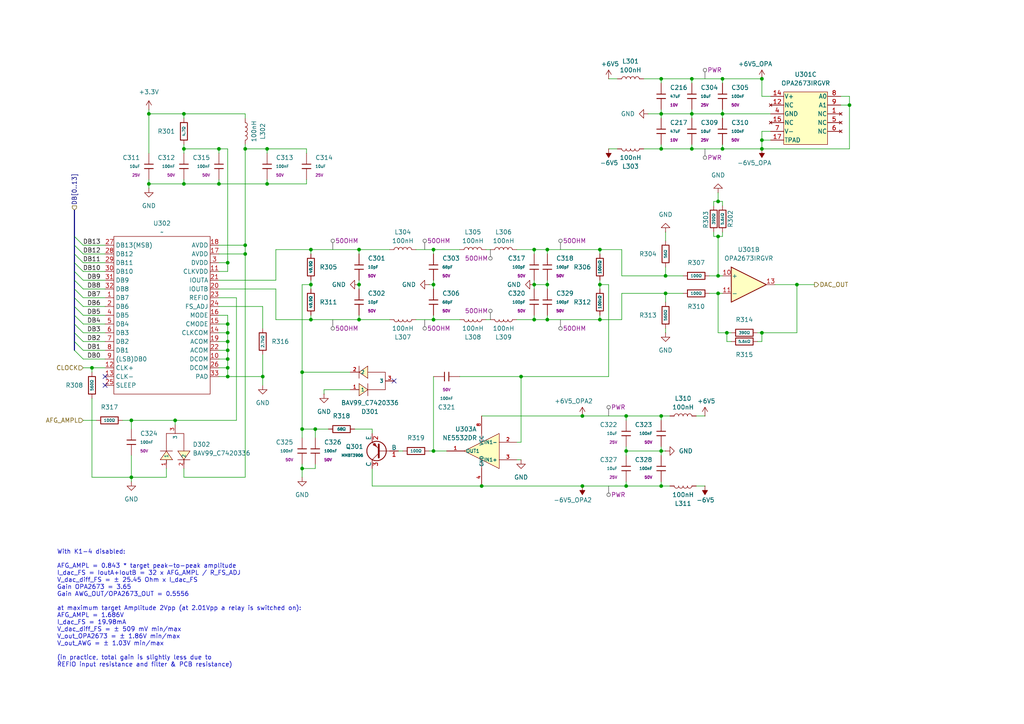
<source format=kicad_sch>
(kicad_sch (version 20250114) (generator "eeschema") (generator_version "9.0")
  (paper "A4")
  (title_block (title "AWG for DHO8/900") (date "2025-05") (rev "V1") (company "M. Zimmermann"))
  (lib_symbols
    (symbol "0603,100Ω_1" (pin_numbers (hide yes)) (pin_names (offset 0))
      (property "Reference" "R" (at 1.778 0 0))
      (property "Value" "100Ω" (at 0 0 90))
      (symbol "0603,100Ω_1_1_1"
        (pin passive line (at 0 3.81 270) (length 1.27) (name "~") (number "1"))
        (pin passive line (at 0 -3.81 90) (length 1.27) (name "~") (number "2"))
      )
    )
    (symbol "AWG_Symbol:AD9744ACPZRL7"
      (property "Reference" "U" (at 0 0 0))
      (symbol "AD9744ACPZRL7_1_0"
        (pin unspecified line (at -16.51 19.05 0) (length 2.54) (name "DB13(MSB)") (number "27"))
        (pin unspecified line (at -16.51 16.51 0) (length 2.54) (name "DB12") (number "28"))
        (pin unspecified line (at -16.51 13.97 0) (length 2.54) (name "DB11") (number "29"))
        (pin unspecified line (at -16.51 11.43 0) (length 2.54) (name "DB10") (number "30"))
        (pin unspecified line (at -16.51 8.89 0) (length 2.54) (name "DB9") (number "31"))
        (pin unspecified line (at -16.51 6.35 0) (length 2.54) (name "DB8") (number "32"))
        (pin unspecified line (at -16.51 3.81 0) (length 2.54) (name "DB7") (number "1"))
        (pin unspecified line (at -16.51 1.27 0) (length 2.54) (name "DB6") (number "2"))
        (pin unspecified line (at -16.51 -1.27 0) (length 2.54) (name "DB5") (number "4"))
        (pin unspecified line (at -16.51 -3.81 0) (length 2.54) (name "DB4") (number "5"))
        (pin unspecified line (at -16.51 -6.35 0) (length 2.54) (name "DB3") (number "6"))
        (pin unspecified line (at -16.51 -8.89 0) (length 2.54) (name "DB2") (number "7"))
        (pin unspecified line (at -16.51 -11.43 0) (length 2.54) (name "DB1") (number "8"))
        (pin unspecified line (at -16.51 -13.97 0) (length 2.54) (name "(LSB)DB0") (number "9"))
        (pin unspecified line (at -16.51 -16.51 0) (length 2.54) (name "CLK+") (number "12"))
        (pin unspecified line (at -16.51 -19.05 0) (length 2.54) (name "CLK-") (number "13"))
        (pin unspecified line (at -16.51 -21.59 0) (length 2.54) (name "SLEEP") (number "25"))
        (pin unspecified line (at 16.51 19.05 180) (length 2.54) (name "AVDD") (number "18"))
        (pin unspecified line (at 16.51 16.51 180) (length 2.54) (name "AVDD") (number "17"))
        (pin unspecified line (at 16.51 13.97 180) (length 2.54) (name "DVDD") (number "3"))
        (pin unspecified line (at 16.51 11.43 180) (length 2.54) (name "CLKVDD") (number "11"))
        (pin unspecified line (at 16.51 8.89 180) (length 2.54) (name "IOUTA") (number "21"))
        (pin unspecified line (at 16.51 6.35 180) (length 2.54) (name "IOUTB") (number "20"))
        (pin unspecified line (at 16.51 3.81 180) (length 2.54) (name "REFIO") (number "23"))
        (pin unspecified line (at 16.51 1.27 180) (length 2.54) (name "FS_ADJ") (number "24"))
        (pin unspecified line (at 16.51 -1.27 180) (length 2.54) (name "MODE") (number "16"))
        (pin unspecified line (at 16.51 -3.81 180) (length 2.54) (name "CMODE") (number "15"))
        (pin unspecified line (at 16.51 -6.35 180) (length 2.54) (name "CLKCOM") (number "14"))
        (pin unspecified line (at 16.51 -8.89 180) (length 2.54) (name "ACOM") (number "19"))
        (pin unspecified line (at 16.51 -11.43 180) (length 2.54) (name "ACOM") (number "22"))
        (pin unspecified line (at 16.51 -13.97 180) (length 2.54) (name "DCOM") (number "10"))
        (pin unspecified line (at 16.51 -16.51 180) (length 2.54) (name "DCOM") (number "26"))
        (pin unspecified line (at 16.51 -19.05 180) (length 2.54) (name "PAD") (number "33"))
      )
    )
    (symbol "AWG_Symbol:OPA2673IRGVR" (pin_names (offset 0.127))
      (property "Reference" "U" (at 0 12.192 0))
      (property "Value" "OPA2673IRGVR" (at -6.096 10.16 0))
      (symbol "OPA2673IRGVR_1_1"
        (pin input line (at -7.62 2.54 0) (length 2.54) (name "+") (number "3"))
        (pin input line (at -7.62 -2.54 0) (length 2.54) (name "-") (number "2"))
        (pin output line (at 7.62 0 180) (length 2.54) (name "~") (number "16"))
      )
      (symbol "OPA2673IRGVR_2_1"
        (pin input line (at -7.62 2.54 0) (length 2.54) (name "+") (number "10"))
        (pin input line (at -7.62 -2.54 0) (length 2.54) (name "-") (number "11"))
        (pin output line (at 7.62 0 180) (length 2.54) (name "~") (number "13"))
      )
      (symbol "OPA2673IRGVR_3_1"
        (pin power_in line (at -8.89 7.62 0) (length 3.81) (name "V+") (number "14"))
        (pin no_connect line (at -8.89 5.08 0) (length 3.81) (name "NC") (number "12"))
        (pin power_in line (at -8.89 2.54 0) (length 3.81) (name "GND") (number "4"))
        (pin no_connect line (at -8.89 0 0) (length 3.81) (name "NC") (number "15"))
        (pin power_in line (at -8.89 -2.54 0) (length 3.81) (name "V-") (number "7"))
        (pin passive line (at 11.43 7.62 180) (length 3.81) (name "A0") (number "8"))
        (pin passive line (at 11.43 5.08 180) (length 3.81) (name "A1") (number "9"))
        (pin no_connect line (at 11.43 2.54 180) (length 3.81) (name "NC") (number "1"))
        (pin no_connect line (at 11.43 0 180) (length 3.81) (name "NC") (number "5"))
        (pin no_connect line (at 11.43 -2.54 180) (length 3.81) (name "NC") (number "6"))
      )
    )
    (symbol "Device:L" (pin_numbers (hide yes)) (pin_names (offset 1.016) (hide yes))
      (property "Reference" "L" (at -1.27 0 90))
      (property "Value" "L" (at 1.905 0 90))
      (symbol "L_1_1"
        (pin passive line (at 0 3.81 270) (length 1.27) (name "1") (number "1"))
        (pin passive line (at 0 -3.81 90) (length 1.27) (name "2") (number "2"))
      )
    )
    (symbol "OPA2673IRGVR_1" (pin_names (offset 0.127))
      (property "Reference" "U" (at 0 12.192 0))
      (property "Value" "OPA2673IRGVR" (at -6.096 10.16 0))
      (symbol "OPA2673IRGVR_1_1_1"
        (pin input line (at -7.62 2.54 0) (length 2.54) (name "+") (number "3"))
        (pin input line (at -7.62 -2.54 0) (length 2.54) (name "-") (number "2"))
        (pin output line (at 7.62 0 180) (length 2.54) (name "~") (number "16"))
      )
      (symbol "OPA2673IRGVR_1_2_1"
        (pin input line (at -7.62 2.54 0) (length 2.54) (name "+") (number "10"))
        (pin input line (at -7.62 -2.54 0) (length 2.54) (name "-") (number "11"))
        (pin output line (at 7.62 0 180) (length 2.54) (name "~") (number "13"))
      )
      (symbol "OPA2673IRGVR_1_3_1"
        (pin power_in line (at -8.89 7.62 0) (length 3.81) (name "V+") (number "14"))
        (pin no_connect line (at -8.89 5.08 0) (length 3.81) (name "NC") (number "12"))
        (pin power_in line (at -8.89 2.54 0) (length 3.81) (name "GND") (number "4"))
        (pin no_connect line (at -8.89 0 0) (length 3.81) (name "NC") (number "15"))
        (pin power_in line (at -8.89 -2.54 0) (length 3.81) (name "V-") (number "7"))
        (pin power_in line (at -8.89 -5.08 0) (length 3.81) (name "TPAD") (number "17"))
        (pin passive line (at 11.43 7.62 180) (length 3.81) (name "A0") (number "8"))
        (pin passive line (at 11.43 5.08 180) (length 3.81) (name "A1") (number "9"))
        (pin no_connect line (at 11.43 2.54 180) (length 3.81) (name "NC") (number "1"))
        (pin no_connect line (at 11.43 0 180) (length 3.81) (name "NC") (number "5"))
        (pin no_connect line (at 11.43 -2.54 180) (length 3.81) (name "NC") (number "6"))
      )
    )
    (symbol "PCM_JLCPCB-Analog:Op-Amp, NE5532DR"
      (property "Reference" "U" (at 3.81 5.334 0))
      (property "Value" "NE5532DR" (at 8.128 3.302 0))
      (symbol "Op-Amp, NE5532DR_1_1"
        (pin unspecified line (at -10.16 2.54 0) (length 5.08) (name "IN1-") (number "2"))
        (pin unspecified line (at -10.16 -2.54 0) (length 5.08) (name "IN1+") (number "3"))
        (pin unspecified line (at 0 10.16 270) (length 5.08) (name "VCC") (number "8"))
        (pin unspecified line (at 0 -10.16 90) (length 5.08) (name "GND") (number "4"))
        (pin output line (at 10.16 0 180) (length 5.08) (name "OUT1") (number "1"))
      )
      (symbol "Op-Amp, NE5532DR_2_1"
        (pin unspecified line (at -10.16 2.54 0) (length 5.08) (name "IN2-") (number "6"))
        (pin unspecified line (at -10.16 -2.54 0) (length 5.08) (name "IN2+") (number "5"))
        (pin output line (at 10.16 0 180) (length 5.08) (name "OUT2") (number "7"))
      )
    )
    (symbol "PCM_JLCPCB-Capacitors:0603,100nF" (pin_numbers (hide yes)) (pin_names (offset 0))
      (property "Reference" "C" (at 2.032 1.668 0))
      (property "Value" "100nF" (at 2.032 -0.3782 0))
      (property "Voltage Rated" "50V" (at 2.032 -2.0462 0))
      (symbol "0603,100nF_1_1"
        (pin passive line (at 0 3.81 270) (length 3.175) (name "~") (number "1"))
        (pin passive line (at 0 -3.81 90) (length 3.175) (name "~") (number "2"))
      )
    )
    (symbol "PCM_JLCPCB-Capacitors:0603,100pF" (pin_numbers (hide yes)) (pin_names (offset 0))
      (property "Reference" "C" (at 2.032 1.668 0))
      (property "Value" "100pF" (at 2.032 -0.3782 0))
      (property "Voltage Rated" "50V" (at 2.032 -2.0462 0))
      (symbol "0603,100pF_1_1"
        (pin passive line (at 0 3.81 270) (length 3.175) (name "~") (number "1"))
        (pin passive line (at 0 -3.81 90) (length 3.175) (name "~") (number "2"))
      )
    )
    (symbol "PCM_JLCPCB-Capacitors:0603,10pF" (pin_numbers (hide yes)) (pin_names (offset 0))
      (property "Reference" "C" (at 2.032 1.668 0))
      (property "Value" "10pF" (at 2.032 -0.3782 0))
      (property "Voltage Rated" "50V" (at 2.032 -2.0462 0))
      (symbol "0603,10pF_1_1"
        (pin passive line (at 0 3.81 270) (length 3.175) (name "~") (number "1"))
        (pin passive line (at 0 -3.81 90) (length 3.175) (name "~") (number "2"))
      )
    )
    (symbol "PCM_JLCPCB-Capacitors:0603,68pF" (pin_numbers (hide yes)) (pin_names (offset 0))
      (property "Reference" "C" (at 2.032 1.668 0))
      (property "Value" "68pF" (at 2.032 -0.3782 0))
      (property "Voltage Rated" "50V" (at 2.032 -2.0462 0))
      (symbol "0603,68pF_1_1"
        (pin passive line (at 0 3.81 270) (length 3.175) (name "~") (number "1"))
        (pin passive line (at 0 -3.81 90) (length 3.175) (name "~") (number "2"))
      )
    )
    (symbol "PCM_JLCPCB-Capacitors:0805,10uF" (pin_numbers (hide yes)) (pin_names (offset 0))
      (property "Reference" "C" (at 2.032 1.668 0))
      (property "Value" "10uF" (at 2.032 -0.3782 0))
      (property "Voltage Rated" "25V" (at 2.032 -2.0462 0))
      (symbol "0805,10uF_1_1"
        (pin passive line (at 0 3.81 270) (length 3.175) (name "~") (number "1"))
        (pin passive line (at 0 -3.81 90) (length 3.175) (name "~") (number "2"))
      )
    )
    (symbol "PCM_JLCPCB-Capacitors:1206,47uF" (pin_numbers (hide yes)) (pin_names (offset 0))
      (property "Reference" "C" (at 2.032 1.668 0))
      (property "Value" "47uF" (at 2.032 -0.3782 0))
      (property "Voltage Rated" "10V" (at 2.032 -2.0462 0))
      (symbol "1206,47uF_1_1"
        (pin passive line (at 0 3.81 270) (length 3.175) (name "~") (number "1"))
        (pin passive line (at 0 -3.81 90) (length 3.175) (name "~") (number "2"))
      )
    )
    (symbol "PCM_JLCPCB-Diode-Packages:Switching, BAV99_C7420336"
      (property "Reference" "D" (at 0 1.27 0))
      (property "Value" "BAV99_C7420336" (at 0 -0.762 0))
      (symbol "Switching, BAV99_C7420336_0_1"
        (pin unspecified line (at -7.62 0 0) (length 2.54) (name "3") (number "3"))
        (pin unspecified line (at 5.08 2.54 180) (length 2.54) (name "2") (number "2"))
        (pin unspecified line (at 5.08 -2.54 180) (length 2.54) (name "1") (number "1"))
      )
    )
    (symbol "PCM_JLCPCB-Resistors:0603,100kΩ" (pin_numbers (hide yes)) (pin_names (offset 0))
      (property "Reference" "R" (at 1.778 0 0))
      (property "Value" "100kΩ" (at 0 0 90))
      (symbol "0603,100kΩ_1_1"
        (pin passive line (at 0 3.81 270) (length 1.27) (name "~") (number "1"))
        (pin passive line (at 0 -3.81 90) (length 1.27) (name "~") (number "2"))
      )
    )
    (symbol "PCM_JLCPCB-Resistors:0603,100Ω" (pin_numbers (hide yes)) (pin_names (offset 0))
      (property "Reference" "R" (at 1.778 0 0))
      (property "Value" "100Ω" (at 0 0 90))
      (symbol "0603,100Ω_1_1"
        (pin passive line (at 0 3.81 270) (length 1.27) (name "~") (number "1"))
        (pin passive line (at 0 -3.81 90) (length 1.27) (name "~") (number "2"))
      )
    )
    (symbol "PCM_JLCPCB-Resistors:0603,2.7kΩ" (pin_numbers (hide yes)) (pin_names (offset 0))
      (property "Reference" "R" (at 1.778 0 0))
      (property "Value" "2.7kΩ" (at 0 0 90))
      (symbol "0603,2.7kΩ_1_1"
        (pin passive line (at 0 3.81 270) (length 1.27) (name "~") (number "1"))
        (pin passive line (at 0 -3.81 90) (length 1.27) (name "~") (number "2"))
      )
    )
    (symbol "PCM_JLCPCB-Resistors:0603,390Ω" (pin_numbers (hide yes)) (pin_names (offset 0))
      (property "Reference" "R" (at 1.778 0 0))
      (property "Value" "390Ω" (at 0 0 90))
      (symbol "0603,390Ω_1_1"
        (pin passive line (at 0 3.81 270) (length 1.27) (name "~") (number "1"))
        (pin passive line (at 0 -3.81 90) (length 1.27) (name "~") (number "2"))
      )
    )
    (symbol "PCM_JLCPCB-Resistors:0603,4.7Ω" (pin_numbers (hide yes)) (pin_names (offset 0))
      (property "Reference" "R" (at 1.778 0 0))
      (property "Value" "4.7Ω" (at 0 0 90))
      (symbol "0603,4.7Ω_1_1"
        (pin passive line (at 0 3.81 270) (length 1.27) (name "~") (number "1"))
        (pin passive line (at 0 -3.81 90) (length 1.27) (name "~") (number "2"))
      )
    )
    (symbol "PCM_JLCPCB-Resistors:0603,49.9Ω" (pin_numbers (hide yes)) (pin_names (offset 0))
      (property "Reference" "R" (at 1.778 0 0))
      (property "Value" "49.9Ω" (at 0 0 90))
      (symbol "0603,49.9Ω_1_1"
        (pin passive line (at 0 3.81 270) (length 1.27) (name "~") (number "1"))
        (pin passive line (at 0 -3.81 90) (length 1.27) (name "~") (number "2"))
      )
    )
    (symbol "PCM_JLCPCB-Resistors:0603,5.6kΩ" (pin_numbers (hide yes)) (pin_names (offset 0))
      (property "Reference" "R" (at 1.778 0 0))
      (property "Value" "5.6kΩ" (at 0 0 90))
      (symbol "0603,5.6kΩ_1_1"
        (pin passive line (at 0 3.81 270) (length 1.27) (name "~") (number "1"))
        (pin passive line (at 0 -3.81 90) (length 1.27) (name "~") (number "2"))
      )
    )
    (symbol "PCM_JLCPCB-Resistors:0603,560Ω" (pin_numbers (hide yes)) (pin_names (offset 0))
      (property "Reference" "R" (at 1.778 0 0))
      (property "Value" "560Ω" (at 0 0 90))
      (symbol "0603,560Ω_1_1"
        (pin passive line (at 0 3.81 270) (length 1.27) (name "~") (number "1"))
        (pin passive line (at 0 -3.81 90) (length 1.27) (name "~") (number "2"))
      )
    )
    (symbol "PCM_JLCPCB-Resistors:0603,56Ω" (pin_numbers (hide yes)) (pin_names (offset 0))
      (property "Reference" "R" (at 1.778 0 0))
      (property "Value" "56Ω" (at 0 0 90))
      (symbol "0603,56Ω_1_1"
        (pin passive line (at 0 3.81 270) (length 1.27) (name "~") (number "1"))
        (pin passive line (at 0 -3.81 90) (length 1.27) (name "~") (number "2"))
      )
    )
    (symbol "PCM_JLCPCB-Resistors:0603,68Ω" (pin_numbers (hide yes)) (pin_names (offset 0))
      (property "Reference" "R" (at 1.778 0 0))
      (property "Value" "68Ω" (at 0 0 90))
      (symbol "0603,68Ω_1_1"
        (pin passive line (at 0 3.81 270) (length 1.27) (name "~") (number "1"))
        (pin passive line (at 0 -3.81 90) (length 1.27) (name "~") (number "2"))
      )
    )
    (symbol "PCM_JLCPCB-Transistors:PNP,MMBT3906" (pin_names (offset 0))
      (property "Reference" "Q" (at 4.8514 0.834 0))
      (property "Value" "MMBT3906" (at 4.8514 -1.2122 0))
      (symbol "PNP,MMBT3906_1_1"
        (pin input line (at -5.08 0 0) (length 2.54) (name "B") (number "1"))
        (pin open_collector line (at 2.54 5.08 270) (length 2.54) (name "C") (number "3"))
        (pin open_emitter line (at 2.54 -5.08 90) (length 2.54) (name "E") (number "2"))
      )
    )
    (symbol "power:+3.3V" (power) (pin_numbers (hide yes)) (pin_names (offset 0) (hide yes))
      (property "Value" "+3.3V" (at 0 3.556 0))
      (symbol "+3.3V_1_1"
        (pin power_in line (at 0 0 90) (length 0) (name "~") (number "1"))
      )
    )
    (symbol "power:+5V" (power) (pin_numbers (hide yes)) (pin_names (offset 0) (hide yes))
      (property "Value" "+5V" (at 0 3.556 0))
      (symbol "+5V_1_1"
        (pin power_in line (at 0 0 90) (length 0) (name "~") (number "1"))
      )
    )
    (symbol "power:-5V" (power) (pin_numbers (hide yes)) (pin_names (offset 0) (hide yes))
      (property "Value" "-5V" (at 0 3.556 0))
      (symbol "-5V_0_0"
        (pin power_in line (at 0 0 90) (length 0) (name "~") (number "1"))
      )
    )
    (symbol "power:GND" (power) (pin_numbers (hide yes)) (pin_names (offset 0) (hide yes))
      (property "Value" "GND" (at 0 -3.81 0))
      (symbol "GND_1_1"
        (pin power_in line (at 0 0 270) (length 0) (name "~") (number "1"))
      )
    )
  )
  (text "With K1-4 disabled:\n\nAFG_AMPL = 0.843 * target peak-to-peak amplitude\nI_dac_FS = IoutA+IoutB = 32 x AFG_AMPL / R_FS_ADJ\nV_dac_diff_FS = ± 25.45 Ohm x I_dac_FS\nGain OPA2673 = 3.65\nGain AWG_OUT/OPA2673_OUT = 0.5556\n\nat maximum target Amplitude 2Vpp (at 2.01Vpp a relay is switched on):\nAFG_AMPL = 1.686V\nI_dac_FS = 19.98mA\nV_dac_diff_FS = ± 509 mV min/max\nV_out_OPA2673 = ± 1.86V min/max\nV_out_AWG = ± 1.03V min/max\n\n(in practice, total gain is slightly less due to\nREFIO input resistance and filter & PCB resistance)" (at 16.51 176.53 0) (effects (font (size 1.27 1.27)) (justify left)))
  (junction (at 220.98 43.18))
  (junction (at 154.94 72.39))
  (junction (at 173.99 82.55))
  (junction (at 125.73 72.39))
  (junction (at 220.98 22.86))
  (junction (at 26.67 106.68))
  (junction (at 90.17 72.39))
  (junction (at 50.8 121.92))
  (junction (at 231.14 82.55))
  (junction (at 77.47 53.34))
  (junction (at 125.73 92.71))
  (junction (at 200.66 43.18))
  (junction (at 168.91 140.97))
  (junction (at 193.04 85.09))
  (junction (at 90.17 82.55))
  (junction (at 38.1 138.43))
  (junction (at 246.38 30.48))
  (junction (at 66.04 106.68))
  (junction (at 200.66 22.86))
  (junction (at 71.12 43.18))
  (junction (at 191.77 22.86))
  (junction (at 208.28 80.01))
  (junction (at 66.04 76.2))
  (junction (at 209.55 22.86))
  (junction (at 208.28 58.42))
  (junction (at 220.98 40.64))
  (junction (at 43.18 53.34))
  (junction (at 210.82 96.52))
  (junction (at 191.77 120.65))
  (junction (at 63.5 43.18))
  (junction (at 191.77 140.97))
  (junction (at 125.73 130.81))
  (junction (at 125.73 82.55))
  (junction (at 87.63 135.89))
  (junction (at 63.5 53.34))
  (junction (at 168.91 120.65))
  (junction (at 154.94 82.55))
  (junction (at 158.75 82.55))
  (junction (at 151.13 109.22))
  (junction (at 66.04 99.06))
  (junction (at 220.98 96.52))
  (junction (at 71.12 71.12))
  (junction (at 53.34 53.34))
  (junction (at 104.14 82.55))
  (junction (at 104.14 92.71))
  (junction (at 139.7 140.97))
  (junction (at 90.17 92.71))
  (junction (at 158.75 72.39))
  (junction (at 66.04 93.98))
  (junction (at 181.61 120.65))
  (junction (at 208.28 85.09))
  (junction (at 191.77 43.18))
  (junction (at 191.77 33.02))
  (junction (at 154.94 92.71))
  (junction (at 181.61 130.81))
  (junction (at 91.44 124.46))
  (junction (at 38.1 121.92))
  (junction (at 158.75 92.71))
  (junction (at 53.34 43.18))
  (junction (at 87.63 107.95))
  (junction (at 200.66 33.02))
  (junction (at 66.04 104.14))
  (junction (at 181.61 140.97))
  (junction (at 53.34 33.02))
  (junction (at 193.04 80.01))
  (junction (at 66.04 96.52))
  (junction (at 173.99 72.39))
  (junction (at 66.04 101.6))
  (junction (at 76.2 109.22))
  (junction (at 209.55 43.18))
  (junction (at 208.28 68.58))
  (junction (at 173.99 92.71))
  (junction (at 191.77 130.81))
  (junction (at 71.12 73.66))
  (junction (at 209.55 33.02))
  (junction (at 104.14 72.39))
  (junction (at 87.63 124.46))
  (junction (at 66.04 109.22))
  (junction (at 77.47 43.18))
  (junction (at 43.18 33.02))
  (no_connect (at 114.3 110.49))
  (no_connect (at 30.48 109.22))
  (no_connect (at 30.48 111.76))
  (bus_entry (at 21.59 86.36) (size 2.54 2.54))
  (bus_entry (at 21.59 99.06) (size 2.54 2.54))
  (bus_entry (at 21.59 93.98) (size 2.54 2.54))
  (bus_entry (at 21.59 81.28) (size 2.54 2.54))
  (bus_entry (at 21.59 91.44) (size 2.54 2.54))
  (bus_entry (at 21.59 68.58) (size 2.54 2.54))
  (bus_entry (at 21.59 83.82) (size 2.54 2.54))
  (bus_entry (at 21.59 96.52) (size 2.54 2.54))
  (bus_entry (at 21.59 78.74) (size 2.54 2.54))
  (bus_entry (at 21.59 101.6) (size 2.54 2.54))
  (bus_entry (at 21.59 71.12) (size 2.54 2.54))
  (bus_entry (at 21.59 76.2) (size 2.54 2.54))
  (bus_entry (at 21.59 88.9) (size 2.54 2.54))
  (bus_entry (at 21.59 73.66) (size 2.54 2.54))
  (wire (pts (xy 24.13 76.2) (xy 30.48 76.2)))
  (wire (pts (xy 71.12 33.02) (xy 71.12 34.29)))
  (wire (pts (xy 35.56 121.92) (xy 38.1 121.92)))
  (wire (pts (xy 77.47 43.18) (xy 88.9 43.18)))
  (wire (pts (xy 53.34 53.34) (xy 53.34 52.07)))
  (wire (pts (xy 24.13 91.44) (xy 30.48 91.44)))
  (wire (pts (xy 66.04 104.14) (xy 66.04 106.68)))
  (wire (pts (xy 173.99 81.28) (xy 173.99 82.55)))
  (wire (pts (xy 80.01 72.39) (xy 90.17 72.39)))
  (wire (pts (xy 191.77 139.7) (xy 191.77 140.97)))
  (wire (pts (xy 209.55 43.18) (xy 220.98 43.18)))
  (wire (pts (xy 107.95 125.73) (xy 107.95 124.46)))
  (wire (pts (xy 193.04 130.81) (xy 191.77 130.81)))
  (wire (pts (xy 176.53 109.22) (xy 151.13 109.22)))
  (wire (pts (xy 90.17 92.71) (xy 90.17 91.44)))
  (wire (pts (xy 43.18 33.02) (xy 53.34 33.02)))
  (wire (pts (xy 38.1 138.43) (xy 48.26 138.43)))
  (wire (pts (xy 90.17 72.39) (xy 104.14 72.39)))
  (wire (pts (xy 24.13 73.66) (xy 30.48 73.66)))
  (wire (pts (xy 219.71 96.52) (xy 220.98 96.52)))
  (wire (pts (xy 24.13 71.12) (xy 30.48 71.12)))
  (wire (pts (xy 107.95 124.46) (xy 102.87 124.46)))
  (wire (pts (xy 24.13 88.9) (xy 30.48 88.9)))
  (wire (pts (xy 24.13 106.68) (xy 26.67 106.68)))
  (wire (pts (xy 76.2 109.22) (xy 76.2 111.76)))
  (bus (pts (xy 21.59 88.9) (xy 21.59 91.44)))
  (wire (pts (xy 193.04 69.85) (xy 193.04 67.31)))
  (wire (pts (xy 158.75 72.39) (xy 173.99 72.39)))
  (wire (pts (xy 210.82 99.06) (xy 210.82 96.52)))
  (wire (pts (xy 224.79 82.55) (xy 231.14 82.55)))
  (wire (pts (xy 194.31 140.97) (xy 191.77 140.97)))
  (wire (pts (xy 66.04 109.22) (xy 63.5 109.22)))
  (wire (pts (xy 90.17 92.71) (xy 104.14 92.71)))
  (wire (pts (xy 125.73 91.44) (xy 125.73 92.71)))
  (wire (pts (xy 173.99 82.55) (xy 173.99 83.82)))
  (wire (pts (xy 93.98 114.3) (xy 93.98 113.03)))
  (wire (pts (xy 87.63 107.95) (xy 87.63 124.46)))
  (bus (pts (xy 21.59 71.12) (xy 21.59 73.66)))
  (wire (pts (xy 63.5 81.28) (xy 80.01 81.28)))
  (wire (pts (xy 207.01 58.42) (xy 208.28 58.42)))
  (wire (pts (xy 63.5 96.52) (xy 66.04 96.52)))
  (wire (pts (xy 63.5 99.06) (xy 66.04 99.06)))
  (wire (pts (xy 63.5 88.9) (xy 76.2 88.9)))
  (wire (pts (xy 220.98 40.64) (xy 220.98 43.18)))
  (wire (pts (xy 149.86 72.39) (xy 154.94 72.39)))
  (wire (pts (xy 87.63 135.89) (xy 91.44 135.89)))
  (wire (pts (xy 133.35 109.22) (xy 151.13 109.22)))
  (wire (pts (xy 158.75 82.55) (xy 158.75 83.82)))
  (wire (pts (xy 63.5 101.6) (xy 66.04 101.6)))
  (wire (pts (xy 68.58 121.92) (xy 68.58 86.36)))
  (wire (pts (xy 50.8 121.92) (xy 50.8 123.19)))
  (wire (pts (xy 77.47 43.18) (xy 77.47 44.45)))
  (wire (pts (xy 71.12 73.66) (xy 71.12 138.43)))
  (wire (pts (xy 208.28 80.01) (xy 209.55 80.01)))
  (wire (pts (xy 209.55 41.91) (xy 209.55 43.18)))
  (wire (pts (xy 154.94 82.55) (xy 154.94 83.82)))
  (wire (pts (xy 154.94 82.55) (xy 158.75 82.55)))
  (wire (pts (xy 187.96 33.02) (xy 191.77 33.02)))
  (wire (pts (xy 200.66 43.18) (xy 191.77 43.18)))
  (wire (pts (xy 191.77 120.65) (xy 191.77 121.92)))
  (wire (pts (xy 66.04 93.98) (xy 66.04 96.52)))
  (wire (pts (xy 193.04 77.47) (xy 193.04 80.01)))
  (wire (pts (xy 24.13 101.6) (xy 30.48 101.6)))
  (bus (pts (xy 21.59 96.52) (xy 21.59 99.06)))
  (wire (pts (xy 193.04 96.52) (xy 193.04 95.25)))
  (wire (pts (xy 104.14 82.55) (xy 104.14 83.82)))
  (wire (pts (xy 154.94 72.39) (xy 158.75 72.39)))
  (wire (pts (xy 125.73 82.55) (xy 125.73 83.82)))
  (wire (pts (xy 63.5 86.36) (xy 68.58 86.36)))
  (wire (pts (xy 43.18 31.75) (xy 43.18 33.02)))
  (bus (pts (xy 21.59 78.74) (xy 21.59 81.28)))
  (wire (pts (xy 158.75 91.44) (xy 158.75 92.71)))
  (wire (pts (xy 90.17 82.55) (xy 90.17 83.82)))
  (wire (pts (xy 209.55 31.75) (xy 209.55 33.02)))
  (wire (pts (xy 181.61 120.65) (xy 168.91 120.65)))
  (wire (pts (xy 104.14 72.39) (xy 104.14 73.66)))
  (wire (pts (xy 207.01 59.69) (xy 207.01 58.42)))
  (wire (pts (xy 26.67 138.43) (xy 26.67 115.57)))
  (wire (pts (xy 208.28 68.58) (xy 207.01 68.58)))
  (wire (pts (xy 181.61 120.65) (xy 181.61 121.92)))
  (wire (pts (xy 173.99 91.44) (xy 173.99 92.71)))
  (wire (pts (xy 176.53 82.55) (xy 176.53 109.22)))
  (wire (pts (xy 24.13 93.98) (xy 30.48 93.98)))
  (wire (pts (xy 168.91 120.65) (xy 139.7 120.65)))
  (wire (pts (xy 66.04 78.74) (xy 66.04 76.2)))
  (wire (pts (xy 76.2 102.87) (xy 76.2 109.22)))
  (wire (pts (xy 125.73 72.39) (xy 133.35 72.39)))
  (wire (pts (xy 207.01 68.58) (xy 207.01 67.31)))
  (wire (pts (xy 191.77 41.91) (xy 191.77 43.18)))
  (wire (pts (xy 87.63 124.46) (xy 87.63 127)))
  (wire (pts (xy 53.34 33.02) (xy 53.34 34.29)))
  (wire (pts (xy 87.63 82.55) (xy 87.63 107.95)))
  (wire (pts (xy 173.99 72.39) (xy 180.34 72.39)))
  (wire (pts (xy 220.98 22.86) (xy 220.98 27.94)))
  (wire (pts (xy 208.28 80.01) (xy 208.28 68.58)))
  (wire (pts (xy 93.98 113.03) (xy 101.6 113.03)))
  (wire (pts (xy 154.94 92.71) (xy 158.75 92.71)))
  (wire (pts (xy 38.1 138.43) (xy 38.1 139.7)))
  (wire (pts (xy 120.65 92.71) (xy 125.73 92.71)))
  (wire (pts (xy 124.46 130.81) (xy 125.73 130.81)))
  (wire (pts (xy 180.34 72.39) (xy 180.34 80.01)))
  (wire (pts (xy 66.04 101.6) (xy 66.04 104.14)))
  (wire (pts (xy 24.13 96.52) (xy 30.48 96.52)))
  (wire (pts (xy 24.13 78.74) (xy 30.48 78.74)))
  (wire (pts (xy 91.44 135.89) (xy 91.44 134.62)))
  (wire (pts (xy 176.53 22.86) (xy 179.07 22.86)))
  (wire (pts (xy 91.44 124.46) (xy 91.44 127)))
  (wire (pts (xy 48.26 138.43) (xy 48.26 135.89)))
  (wire (pts (xy 125.73 73.66) (xy 125.73 72.39)))
  (wire (pts (xy 66.04 43.18) (xy 66.04 76.2)))
  (wire (pts (xy 200.66 33.02) (xy 200.66 34.29)))
  (wire (pts (xy 120.65 72.39) (xy 125.73 72.39)))
  (bus (pts (xy 21.59 73.66) (xy 21.59 76.2)))
  (wire (pts (xy 26.67 106.68) (xy 30.48 106.68)))
  (wire (pts (xy 220.98 27.94) (xy 223.52 27.94)))
  (wire (pts (xy 107.95 135.89) (xy 107.95 140.97)))
  (wire (pts (xy 173.99 72.39) (xy 173.99 73.66)))
  (wire (pts (xy 139.7 140.97) (xy 107.95 140.97)))
  (wire (pts (xy 43.18 53.34) (xy 53.34 53.34)))
  (bus (pts (xy 21.59 83.82) (xy 21.59 86.36)))
  (wire (pts (xy 200.66 22.86) (xy 200.66 24.13)))
  (wire (pts (xy 191.77 22.86) (xy 191.77 24.13)))
  (wire (pts (xy 125.73 130.81) (xy 129.54 130.81)))
  (wire (pts (xy 191.77 129.54) (xy 191.77 130.81)))
  (wire (pts (xy 154.94 91.44) (xy 154.94 92.71)))
  (wire (pts (xy 186.69 43.18) (xy 191.77 43.18)))
  (wire (pts (xy 63.5 104.14) (xy 66.04 104.14)))
  (wire (pts (xy 76.2 88.9) (xy 76.2 95.25)))
  (wire (pts (xy 63.5 73.66) (xy 71.12 73.66)))
  (bus (pts (xy 21.59 76.2) (xy 21.59 78.74)))
  (wire (pts (xy 80.01 83.82) (xy 80.01 92.71)))
  (wire (pts (xy 243.84 27.94) (xy 246.38 27.94)))
  (wire (pts (xy 149.86 133.35) (xy 151.13 133.35)))
  (wire (pts (xy 208.28 85.09) (xy 209.55 85.09)))
  (wire (pts (xy 246.38 27.94) (xy 246.38 30.48)))
  (bus (pts (xy 21.59 60.96) (xy 21.59 68.58)))
  (wire (pts (xy 53.34 138.43) (xy 71.12 138.43)))
  (wire (pts (xy 95.25 124.46) (xy 91.44 124.46)))
  (wire (pts (xy 53.34 33.02) (xy 71.12 33.02)))
  (wire (pts (xy 181.61 139.7) (xy 181.61 140.97)))
  (wire (pts (xy 193.04 85.09) (xy 193.04 87.63)))
  (wire (pts (xy 209.55 33.02) (xy 209.55 34.29)))
  (wire (pts (xy 246.38 43.18) (xy 246.38 30.48)))
  (wire (pts (xy 200.66 33.02) (xy 209.55 33.02)))
  (wire (pts (xy 80.01 92.71) (xy 90.17 92.71)))
  (wire (pts (xy 124.46 82.55) (xy 125.73 82.55)))
  (wire (pts (xy 43.18 54.61) (xy 43.18 53.34)))
  (wire (pts (xy 80.01 81.28) (xy 80.01 72.39)))
  (wire (pts (xy 66.04 43.18) (xy 63.5 43.18)))
  (wire (pts (xy 87.63 82.55) (xy 90.17 82.55)))
  (wire (pts (xy 180.34 85.09) (xy 180.34 92.71)))
  (wire (pts (xy 63.5 93.98) (xy 66.04 93.98)))
  (wire (pts (xy 209.55 33.02) (xy 223.52 33.02)))
  (bus (pts (xy 21.59 68.58) (xy 21.59 71.12)))
  (wire (pts (xy 220.98 99.06) (xy 220.98 96.52)))
  (bus (pts (xy 21.59 99.06) (xy 21.59 101.6)))
  (wire (pts (xy 243.84 30.48) (xy 246.38 30.48)))
  (wire (pts (xy 205.74 85.09) (xy 208.28 85.09)))
  (wire (pts (xy 180.34 80.01) (xy 193.04 80.01)))
  (wire (pts (xy 209.55 22.86) (xy 209.55 24.13)))
  (wire (pts (xy 220.98 38.1) (xy 220.98 40.64)))
  (wire (pts (xy 88.9 52.07) (xy 88.9 53.34)))
  (wire (pts (xy 168.91 140.97) (xy 139.7 140.97)))
  (wire (pts (xy 140.97 92.71) (xy 142.24 92.71)))
  (wire (pts (xy 140.97 72.39) (xy 142.24 72.39)))
  (wire (pts (xy 209.55 43.18) (xy 200.66 43.18)))
  (wire (pts (xy 50.8 121.92) (xy 68.58 121.92)))
  (wire (pts (xy 38.1 132.08) (xy 38.1 138.43)))
  (wire (pts (xy 193.04 85.09) (xy 198.12 85.09)))
  (wire (pts (xy 104.14 91.44) (xy 104.14 92.71)))
  (wire (pts (xy 151.13 109.22) (xy 151.13 128.27)))
  (wire (pts (xy 76.2 109.22) (xy 66.04 109.22)))
  (wire (pts (xy 180.34 85.09) (xy 193.04 85.09)))
  (wire (pts (xy 205.74 80.01) (xy 208.28 80.01)))
  (wire (pts (xy 209.55 22.86) (xy 200.66 22.86)))
  (wire (pts (xy 208.28 96.52) (xy 208.28 85.09)))
  (wire (pts (xy 158.75 92.71) (xy 173.99 92.71)))
  (wire (pts (xy 158.75 72.39) (xy 158.75 73.66)))
  (wire (pts (xy 176.53 82.55) (xy 173.99 82.55)))
  (wire (pts (xy 24.13 83.82) (xy 30.48 83.82)))
  (wire (pts (xy 71.12 43.18) (xy 77.47 43.18)))
  (wire (pts (xy 220.98 43.18) (xy 246.38 43.18)))
  (wire (pts (xy 231.14 82.55) (xy 236.22 82.55)))
  (wire (pts (xy 90.17 81.28) (xy 90.17 82.55)))
  (wire (pts (xy 24.13 104.14) (xy 30.48 104.14)))
  (wire (pts (xy 63.5 106.68) (xy 66.04 106.68)))
  (wire (pts (xy 181.61 130.81) (xy 181.61 132.08)))
  (wire (pts (xy 66.04 96.52) (xy 66.04 99.06)))
  (wire (pts (xy 90.17 72.39) (xy 90.17 73.66)))
  (wire (pts (xy 181.61 129.54) (xy 181.61 130.81)))
  (wire (pts (xy 104.14 72.39) (xy 113.03 72.39)))
  (wire (pts (xy 200.66 41.91) (xy 200.66 43.18)))
  (wire (pts (xy 209.55 22.86) (xy 220.98 22.86)))
  (wire (pts (xy 208.28 96.52) (xy 210.82 96.52)))
  (wire (pts (xy 53.34 43.18) (xy 53.34 41.91)))
  (bus (pts (xy 21.59 93.98) (xy 21.59 96.52)))
  (wire (pts (xy 87.63 135.89) (xy 87.63 138.43)))
  (wire (pts (xy 194.31 120.65) (xy 191.77 120.65)))
  (wire (pts (xy 63.5 78.74) (xy 66.04 78.74)))
  (wire (pts (xy 181.61 140.97) (xy 191.77 140.97)))
  (wire (pts (xy 209.55 68.58) (xy 208.28 68.58)))
  (wire (pts (xy 149.86 128.27) (xy 151.13 128.27)))
  (wire (pts (xy 26.67 106.68) (xy 26.67 107.95)))
  (wire (pts (xy 209.55 67.31) (xy 209.55 68.58)))
  (wire (pts (xy 231.14 96.52) (xy 231.14 82.55)))
  (wire (pts (xy 191.77 130.81) (xy 191.77 132.08)))
  (wire (pts (xy 180.34 92.71) (xy 173.99 92.71)))
  (wire (pts (xy 63.5 43.18) (xy 53.34 43.18)))
  (wire (pts (xy 38.1 138.43) (xy 26.67 138.43)))
  (wire (pts (xy 200.66 31.75) (xy 200.66 33.02)))
  (wire (pts (xy 43.18 52.07) (xy 43.18 53.34)))
  (wire (pts (xy 204.47 120.65) (xy 201.93 120.65)))
  (wire (pts (xy 149.86 92.71) (xy 154.94 92.71)))
  (wire (pts (xy 53.34 138.43) (xy 53.34 135.89)))
  (wire (pts (xy 158.75 82.55) (xy 158.75 81.28)))
  (wire (pts (xy 24.13 86.36) (xy 30.48 86.36)))
  (wire (pts (xy 125.73 92.71) (xy 133.35 92.71)))
  (wire (pts (xy 223.52 38.1) (xy 220.98 38.1)))
  (wire (pts (xy 104.14 92.71) (xy 113.03 92.71)))
  (wire (pts (xy 43.18 44.45) (xy 43.18 33.02)))
  (wire (pts (xy 115.57 130.81) (xy 116.84 130.81)))
  (wire (pts (xy 191.77 33.02) (xy 200.66 33.02)))
  (wire (pts (xy 88.9 43.18) (xy 88.9 44.45)))
  (wire (pts (xy 181.61 130.81) (xy 191.77 130.81)))
  (wire (pts (xy 191.77 31.75) (xy 191.77 33.02)))
  (wire (pts (xy 181.61 140.97) (xy 168.91 140.97)))
  (wire (pts (xy 63.5 43.18) (xy 63.5 44.45)))
  (wire (pts (xy 38.1 121.92) (xy 50.8 121.92)))
  (wire (pts (xy 53.34 43.18) (xy 53.34 44.45)))
  (wire (pts (xy 24.13 121.92) (xy 27.94 121.92)))
  (wire (pts (xy 104.14 81.28) (xy 104.14 82.55)))
  (wire (pts (xy 125.73 81.28) (xy 125.73 82.55)))
  (wire (pts (xy 53.34 53.34) (xy 63.5 53.34)))
  (wire (pts (xy 212.09 99.06) (xy 210.82 99.06)))
  (wire (pts (xy 63.5 52.07) (xy 63.5 53.34)))
  (wire (pts (xy 63.5 91.44) (xy 66.04 91.44)))
  (wire (pts (xy 209.55 59.69) (xy 209.55 58.42)))
  (wire (pts (xy 154.94 81.28) (xy 154.94 82.55)))
  (wire (pts (xy 219.71 99.06) (xy 220.98 99.06)))
  (wire (pts (xy 210.82 96.52) (xy 212.09 96.52)))
  (wire (pts (xy 209.55 58.42) (xy 208.28 58.42)))
  (wire (pts (xy 186.69 22.86) (xy 191.77 22.86)))
  (wire (pts (xy 77.47 53.34) (xy 88.9 53.34)))
  (wire (pts (xy 24.13 81.28) (xy 30.48 81.28)))
  (bus (pts (xy 21.59 86.36) (xy 21.59 88.9)))
  (wire (pts (xy 71.12 71.12) (xy 71.12 73.66)))
  (wire (pts (xy 176.53 43.18) (xy 179.07 43.18)))
  (bus (pts (xy 21.59 91.44) (xy 21.59 93.98)))
  (bus (pts (xy 21.59 81.28) (xy 21.59 83.82)))
  (wire (pts (xy 91.44 124.46) (xy 87.63 124.46)))
  (wire (pts (xy 38.1 121.92) (xy 38.1 124.46)))
  (wire (pts (xy 154.94 72.39) (xy 154.94 73.66)))
  (wire (pts (xy 200.66 22.86) (xy 191.77 22.86)))
  (wire (pts (xy 24.13 99.06) (xy 30.48 99.06)))
  (wire (pts (xy 220.98 40.64) (xy 223.52 40.64)))
  (wire (pts (xy 71.12 43.18) (xy 71.12 41.91)))
  (wire (pts (xy 87.63 134.62) (xy 87.63 135.89)))
  (wire (pts (xy 220.98 96.52) (xy 231.14 96.52)))
  (wire (pts (xy 71.12 43.18) (xy 71.12 71.12)))
  (wire (pts (xy 63.5 76.2) (xy 66.04 76.2)))
  (wire (pts (xy 193.04 80.01) (xy 198.12 80.01)))
  (wire (pts (xy 66.04 99.06) (xy 66.04 101.6)))
  (wire (pts (xy 80.01 83.82) (xy 63.5 83.82)))
  (wire (pts (xy 66.04 91.44) (xy 66.04 93.98)))
  (wire (pts (xy 204.47 140.97) (xy 201.93 140.97)))
  (wire (pts (xy 63.5 71.12) (xy 71.12 71.12)))
  (wire (pts (xy 181.61 120.65) (xy 191.77 120.65)))
  (wire (pts (xy 77.47 52.07) (xy 77.47 53.34)))
  (wire (pts (xy 87.63 107.95) (xy 101.6 107.95)))
  (wire (pts (xy 208.28 58.42) (xy 208.28 55.88)))
  (wire (pts (xy 191.77 33.02) (xy 191.77 34.29)))
  (wire (pts (xy 66.04 106.68) (xy 66.04 109.22)))
  (wire (pts (xy 63.5 53.34) (xy 77.47 53.34)))
  (wire (pts (xy 125.73 109.22) (xy 125.73 130.81)))
  (label "DB9" (at 29.21 81.28 180))
  (label "DB1" (at 29.21 101.6 180))
  (label "DB5" (at 29.21 91.44 180))
  (label "DB8" (at 29.21 83.82 180))
  (label "DB10" (at 29.21 78.74 180))
  (label "DB4" (at 29.21 93.98 180))
  (label "DB12" (at 29.21 73.66 180))
  (label "DB3" (at 29.21 96.52 180))
  (label "DB7" (at 29.21 86.36 180))
  (label "DB13" (at 29.21 71.12 180))
  (label "DB11" (at 29.21 76.2 180))
  (label "DB0" (at 29.21 104.14 180))
  (label "DB2" (at 29.21 99.06 180))
  (label "DB6" (at 29.21 88.9 180))
  (hierarchical_label "DAC_OUT" (shape output) (at 236.22 82.55 0))
  (hierarchical_label "CLOCK" (shape input) (at 24.13 106.68 180))
  (hierarchical_label "AFG_AMPL" (shape input) (at 24.13 121.92 180))
  (hierarchical_label "DB[0..13]" (shape input) (at 21.59 60.96 90))
  (netclass_flag "" (length 2.54) (shape round) (at 123.19 92.71 180) (property "Netclass" "50OHM" (at 123.8885 95.25 0) (effects (justify left))))
  (netclass_flag "" (length 2.54) (shape round) (at 204.47 43.18 180) (property "Netclass" "PWR" (at 205.1685 45.72 0) (effects (justify left))))
  (netclass_flag "" (length 2.54) (shape round) (at 162.56 92.71 180) (property "Netclass" "50OHM" (at 163.2585 95.25 0) (effects (justify left))))
  (netclass_flag "" (length 2.54) (shape round) (at 176.53 120.65 0) (property "Netclass" "PWR" (at 177.2285 118.11 0) (effects (justify left))))
  (netclass_flag "" (length 2.54) (shape round) (at 96.52 72.39 0) (property "Netclass" "50OHM" (at 97.2185 69.85 0) (effects (justify left))))
  (netclass_flag "" (length 2.54) (shape round) (at 176.53 140.97 180) (property "Netclass" "PWR" (at 177.2285 143.51 0) (effects (justify left))))
  (netclass_flag "" (length 2.54) (shape round) (at 123.19 72.39 0) (property "Netclass" "50OHM" (at 123.8885 69.85 0) (effects (justify left))))
  (netclass_flag "" (length 2.54) (shape round) (at 162.56 72.39 0) (property "Netclass" "50OHM" (at 163.2585 69.85 0) (effects (justify left))))
  (netclass_flag "" (length 2.54) (shape round) (at 142.24 72.39 180) (property "Netclass" "50OHM" (at 141.5415 74.93 0) (effects (justify right))))
  (netclass_flag "" (length 2.54) (shape round) (at 96.52 92.71 180) (property "Netclass" "50OHM" (at 97.2185 95.25 0) (effects (justify left))))
  (netclass_flag "" (length 2.54) (shape round) (at 204.47 22.86 0) (property "Netclass" "PWR" (at 205.1685 20.32 0) (effects (justify left))))
  (netclass_flag "" (length 2.54) (shape round) (at 142.24 92.71 0) (property "Netclass" "50OHM" (at 141.5415 90.17 0) (effects (justify right))))
  (symbol (lib_id "PCM_JLCPCB-Capacitors:0603,100nF") (at 191.77 135.89 0) (mirror y) (unit 1)
    (property "Reference" "C328" (at 189.23 133.3499 0) (effects (justify left)))
    (property "Value" "100nF" (at 189.23 135.89 0) (effects (font (size 0.8 0.8)) (justify left)))
    (property "Footprint" "PCM_JLCPCB:C_0603" (effects (hide yes)))
    (property "Datasheet" "https://www.lcsc.com/datasheet/lcsc_datasheet_2211101700_YAGEO-CC0603KRX7R9BB104_C14663.pdf" (effects (hide yes)))
    (property "Description" "50V 100nF X7R ±10% 0603 Multilayer Ceramic Capacitors MLCC - SMD/SMT ROHS" (effects (hide yes)))
    (property "LCSC" "C14663" (effects (hide yes)))
    (property "Stock" "53144328" (effects (hide yes)))
    (property "Price" "0.006USD" (effects (hide yes)))
    (property "Process" "SMT" (effects (hide yes)))
    (property "Minimum Qty" "20" (effects (hide yes)))
    (property "Attrition Qty" "6" (effects (hide yes)))
    (property "Class" "Basic Component" (effects (hide yes)))
    (property "Category" "Capacitors,Multilayer Ceramic Capacitors MLCC - SMD/SMT" (effects (hide yes)))
    (property "Manufacturer" "YAGEO" (effects (hide yes)))
    (property "Part" "CC0603KRX7R9BB104" (effects (hide yes)))
    (property "Voltage Rated" "50V" (at 189.23 138.43 0) (effects (font (size 0.8 0.8)) (justify left)))
    (property "Tolerance" "±10%" (effects (hide yes)))
    (property "Capacitance" "100nF" (effects (hide yes)))
    (property "Temperature Coefficient" "X7R" (effects (hide yes)))
  )
  (symbol (lib_id "power:GND") (at 104.14 82.55 270) (unit 1)
    (property "Reference" "#PWR0310" (effects (hide yes)))
    (property "Value" "GND" (at 100.33 82.5499 90) (effects (justify right)))
    (property "Description" "Power symbol creates a global label with name \"GND\" , ground" (effects (hide yes)))
  )
  (symbol (lib_id "Device:L") (at 182.88 22.86 270) (mirror x) (unit 1)
    (property "Reference" "L301" (at 182.88 17.78 90))
    (property "Value" "100nH" (at 182.88 20.32 90))
    (property "Footprint" "PCM_JLCPCB:L_0603" (effects (hide yes)))
    (property "Description" "Inductor" (effects (hide yes)))
    (property "Ordering Number" "LQW18ANR10G00D" (effects (hide yes)))
    (property "LCSC" "C98088" (effects (hide yes)))
    (property "Manufacturer" "Murata" (effects (hide yes)))
  )
  (symbol (lib_id "Device:L") (at 198.12 140.97 270) (unit 1)
    (property "Reference" "L311" (at 198.12 146.05 90))
    (property "Value" "100nH" (at 198.12 143.51 90))
    (property "Footprint" "PCM_JLCPCB:L_0603" (effects (hide yes)))
    (property "Description" "Inductor" (effects (hide yes)))
    (property "Ordering Number" "LQW18ANR10G00D" (effects (hide yes)))
    (property "LCSC" "C98088" (effects (hide yes)))
    (property "Manufacturer" "Murata" (effects (hide yes)))
  )
  (symbol (lib_id "AWG_Symbol:OPA2673IRGVR") (at 217.17 82.55 0) (unit 2)
    (property "Reference" "U301" (at 217.17 72.39 0))
    (property "Value" "OPA2673IRGVR" (at 217.17 74.93 0))
    (property "Footprint" "Package_DFN_QFN:Texas_RSA_VQFN-16-1EP_4x4mm_P0.65mm_EP2.7x2.7mm" (effects (hide yes)))
    (property "Datasheet" "https://www.ti.com/lit/ds/symlink/opa2673.pdf" (effects (hide yes)))
    (property "LCSC" "C1848168" (effects (hide yes)))
  )
  (symbol (lib_id "power:GND") (at 87.63 138.43 0) (unit 1)
    (property "Reference" "#PWR0319" (effects (hide yes)))
    (property "Value" "GND" (at 87.63 143.51 0))
    (property "Description" "Power symbol creates a global label with name \"GND\" , ground" (effects (hide yes)))
  )
  (symbol (lib_id "PCM_JLCPCB-Resistors:0603,100kΩ") (at 173.99 87.63 0) (mirror y) (unit 1)
    (property "Reference" "R312" (at 171.45 87.6299 0) (effects (justify left)))
    (property "Value" "100kΩ" (at 173.99 87.63 90) (effects (font (size 0.8 0.8))))
    (property "Footprint" "PCM_JLCPCB:R_0603" (effects (hide yes)))
    (property "Datasheet" "https://www.lcsc.com/datasheet/lcsc_datasheet_2206010045_UNI-ROYAL-Uniroyal-Elec-0603WAF1003T5E_C25803.pdf" (effects (hide yes)))
    (property "Description" "100mW Thick Film Resistors 75V ±100ppm/°C ±1% 100kΩ 0603 Chip Resistor - Surface Mount ROHS" (effects (hide yes)))
    (property "LCSC" "C25803" (effects (hide yes)))
    (property "Stock" "6909303" (effects (hide yes)))
    (property "Price" "0.004USD" (effects (hide yes)))
    (property "Process" "SMT" (effects (hide yes)))
    (property "Minimum Qty" "20" (effects (hide yes)))
    (property "Attrition Qty" "10" (effects (hide yes)))
    (property "Class" "Basic Component" (effects (hide yes)))
    (property "Category" "Resistors,Chip Resistor - Surface Mount" (effects (hide yes)))
    (property "Manufacturer" "UNI-ROYAL(Uniroyal Elec)" (effects (hide yes)))
    (property "Part" "0603WAF1003T5E" (effects (hide yes)))
    (property "Resistance" "100kΩ" (effects (hide yes)))
    (property "Power(Watts)" "100mW" (effects (hide yes)))
    (property "Type" "Thick Film Resistors" (effects (hide yes)))
    (property "Overload Voltage (Max)" "75V" (effects (hide yes)))
    (property "Operating Temperature Range" "-55°C~+155°C" (effects (hide yes)))
    (property "Tolerance" "±1%" (effects (hide yes)))
    (property "Temperature Coefficient" "±100ppm/°C" (effects (hide yes)))
  )
  (symbol (lib_id "power:GND") (at 193.04 96.52 0) (mirror y) (unit 1)
    (property "Reference" "#PWR0313" (effects (hide yes)))
    (property "Value" "GND" (at 193.04 101.6 0))
    (property "Description" "Power symbol creates a global label with name \"GND\" , ground" (effects (hide yes)))
  )
  (symbol (lib_id "Device:L") (at 137.16 92.71 90) (mirror x) (unit 1)
    (property "Reference" "L308" (at 137.16 97.79 90))
    (property "Value" "100nH" (at 137.16 95.25 90))
    (property "Footprint" "PCM_JLCPCB:L_0603" (effects (hide yes)))
    (property "Description" "Inductor" (effects (hide yes)))
    (property "Ordering Number" "LQW18ANR10G00D" (effects (hide yes)))
    (property "LCSC" "C98088" (effects (hide yes)))
    (property "Manufacturer" "Murata" (effects (hide yes)))
  )
  (symbol (lib_id "PCM_JLCPCB-Resistors:0603,100Ω") (at 31.75 121.92 90) (unit 1)
    (property "Reference" "R317" (at 31.75 118.11 90))
    (property "Value" "100Ω" (at 31.75 121.92 90) (effects (font (size 0.8 0.8))))
    (property "Footprint" "PCM_JLCPCB:R_0603" (effects (hide yes)))
    (property "Datasheet" "https://www.lcsc.com/datasheet/lcsc_datasheet_2411221126_UNI-ROYAL-Uniroyal-Elec-0603WAF1000T5E_C22775.pdf" (effects (hide yes)))
    (property "Description" "100mW Thick Film Resistors 75V ±1% ±200ppm/°C 100Ω 0603 Chip Resistor - Surface Mount ROHS" (effects (hide yes)))
    (property "LCSC" "C22775" (effects (hide yes)))
    (property "Stock" "10175298" (effects (hide yes)))
    (property "Price" "0.004USD" (effects (hide yes)))
    (property "Process" "SMT" (effects (hide yes)))
    (property "Minimum Qty" "20" (effects (hide yes)))
    (property "Attrition Qty" "10" (effects (hide yes)))
    (property "Class" "Basic Component" (effects (hide yes)))
    (property "Category" "Resistors,Chip Resistor - Surface Mount" (effects (hide yes)))
    (property "Manufacturer" "UNI-ROYAL(Uniroyal Elec)" (effects (hide yes)))
    (property "Part" "0603WAF1000T5E" (effects (hide yes)))
    (property "Resistance" "100Ω" (effects (hide yes)))
    (property "Power(Watts)" "100mW" (effects (hide yes)))
    (property "Type" "Thick Film Resistors" (effects (hide yes)))
    (property "Overload Voltage (Max)" "75V" (effects (hide yes)))
    (property "Operating Temperature Range" "-55°C~+155°C" (effects (hide yes)))
    (property "Tolerance" "±1%" (effects (hide yes)))
    (property "Temperature Coefficient" "±200ppm/°C" (effects (hide yes)))
  )
  (symbol (lib_id "power:-5V") (at 220.98 43.18 0) (mirror x) (unit 1)
    (property "Reference" "#PWR0306" (effects (hide yes)))
    (property "Value" "-6V5_OPA" (at 223.774 47.244 0) (effects (justify right)))
    (property "Description" "Power symbol creates a global label with name \"-5V\"" (effects (hide yes)))
  )
  (symbol (lib_id "PCM_JLCPCB-Capacitors:1206,47uF") (at 191.77 38.1 180) (unit 1)
    (property "Reference" "C217" (at 194.31 35.5599 0) (effects (justify right)))
    (property "Value" "47uF" (at 194.31 38.1 0) (effects (font (size 0.8 0.8)) (justify right)))
    (property "Footprint" "PCM_JLCPCB:C_1206" (effects (hide yes)))
    (property "Datasheet" "https://www.lcsc.com/datasheet/lcsc_datasheet_2304140030_Samsung-Electro-Mechanics-CL31A476MPHNNNE_C96123.pdf" (effects (hide yes)))
    (property "Description" "10V 47uF X5R ±20% 1206 Multilayer Ceramic Capacitors MLCC - SMD/SMT ROHS" (effects (hide yes)))
    (property "LCSC" "C96123" (effects (hide yes)))
    (property "Stock" "706983" (effects (hide yes)))
    (property "Price" "0.069USD" (effects (hide yes)))
    (property "Process" "SMT" (effects (hide yes)))
    (property "Minimum Qty" "5" (effects (hide yes)))
    (property "Attrition Qty" "2" (effects (hide yes)))
    (property "Class" "Basic Component" (effects (hide yes)))
    (property "Category" "Capacitors,Multilayer Ceramic Capacitors MLCC - SMD/SMT" (effects (hide yes)))
    (property "Manufacturer" "Samsung Electro-Mechanics" (effects (hide yes)))
    (property "Part" "CL31A476MPHNNNE" (effects (hide yes)))
    (property "Voltage Rated" "10V" (at 194.31 40.64 0) (effects (font (size 0.8 0.8)) (justify right)))
    (property "Tolerance" "±20%" (effects (hide yes)))
    (property "Capacitance" "47uF" (effects (hide yes)))
    (property "Temperature Coefficient" "X5R" (effects (hide yes)))
  )
  (symbol (lib_id "Device:L") (at 71.12 38.1 0) (unit 1)
    (property "Reference" "L302" (at 76.2 38.1 90))
    (property "Value" "100nH" (at 73.66 38.1 90))
    (property "Footprint" "PCM_JLCPCB:L_0603" (effects (hide yes)))
    (property "Description" "Inductor" (effects (hide yes)))
    (property "Ordering Number" "LQW18ANR10G00D" (effects (hide yes)))
    (property "LCSC" "C98088" (effects (hide yes)))
    (property "Manufacturer" "Murata" (effects (hide yes)))
  )
  (symbol (lib_id "PCM_JLCPCB-Resistors:0603,390Ω") (at 207.01 63.5 0) (mirror x) (unit 1)
    (property "Reference" "R303" (at 204.724 66.294 90) (effects (justify right)))
    (property "Value" "390Ω" (at 207.01 63.5 90) (effects (font (size 0.8 0.8))))
    (property "Footprint" "PCM_JLCPCB:R_0603" (effects (hide yes)))
    (property "Datasheet" "https://www.lcsc.com/datasheet/lcsc_datasheet_2206010116_UNI-ROYAL-Uniroyal-Elec-0603WAF3900T5E_C23151.pdf" (effects (hide yes)))
    (property "Description" "100mW Thick Film Resistors 75V ±100ppm/°C ±1% 390Ω 0603 Chip Resistor - Surface Mount ROHS" (effects (hide yes)))
    (property "LCSC" "C23151" (effects (hide yes)))
    (property "Stock" "381898" (effects (hide yes)))
    (property "Price" "0.004USD" (effects (hide yes)))
    (property "Process" "SMT" (effects (hide yes)))
    (property "Minimum Qty" "20" (effects (hide yes)))
    (property "Attrition Qty" "10" (effects (hide yes)))
    (property "Class" "Basic Component" (effects (hide yes)))
    (property "Category" "Resistors,Chip Resistor - Surface Mount" (effects (hide yes)))
    (property "Manufacturer" "UNI-ROYAL(Uniroyal Elec)" (effects (hide yes)))
    (property "Part" "0603WAF3900T5E" (effects (hide yes)))
    (property "Resistance" "390Ω" (effects (hide yes)))
    (property "Power(Watts)" "100mW" (effects (hide yes)))
    (property "Type" "Thick Film Resistors" (effects (hide yes)))
    (property "Overload Voltage (Max)" "75V" (effects (hide yes)))
    (property "Operating Temperature Range" "-55°C~+155°C" (effects (hide yes)))
    (property "Tolerance" "±1%" (effects (hide yes)))
    (property "Temperature Coefficient" "±100ppm/°C" (effects (hide yes)))
  )
  (symbol (lib_id "PCM_JLCPCB-Resistors:0603,100kΩ") (at 173.99 77.47 0) (mirror y) (unit 1)
    (property "Reference" "R306" (at 171.45 77.4699 0) (effects (justify left)))
    (property "Value" "100kΩ" (at 173.99 77.47 90) (effects (font (size 0.8 0.8))))
    (property "Footprint" "PCM_JLCPCB:R_0603" (effects (hide yes)))
    (property "Datasheet" "https://www.lcsc.com/datasheet/lcsc_datasheet_2206010045_UNI-ROYAL-Uniroyal-Elec-0603WAF1003T5E_C25803.pdf" (effects (hide yes)))
    (property "Description" "100mW Thick Film Resistors 75V ±100ppm/°C ±1% 100kΩ 0603 Chip Resistor - Surface Mount ROHS" (effects (hide yes)))
    (property "LCSC" "C25803" (effects (hide yes)))
    (property "Stock" "6909303" (effects (hide yes)))
    (property "Price" "0.004USD" (effects (hide yes)))
    (property "Process" "SMT" (effects (hide yes)))
    (property "Minimum Qty" "20" (effects (hide yes)))
    (property "Attrition Qty" "10" (effects (hide yes)))
    (property "Class" "Basic Component" (effects (hide yes)))
    (property "Category" "Resistors,Chip Resistor - Surface Mount" (effects (hide yes)))
    (property "Manufacturer" "UNI-ROYAL(Uniroyal Elec)" (effects (hide yes)))
    (property "Part" "0603WAF1003T5E" (effects (hide yes)))
    (property "Resistance" "100kΩ" (effects (hide yes)))
    (property "Power(Watts)" "100mW" (effects (hide yes)))
    (property "Type" "Thick Film Resistors" (effects (hide yes)))
    (property "Overload Voltage (Max)" "75V" (effects (hide yes)))
    (property "Operating Temperature Range" "-55°C~+155°C" (effects (hide yes)))
    (property "Tolerance" "±1%" (effects (hide yes)))
    (property "Temperature Coefficient" "±100ppm/°C" (effects (hide yes)))
  )
  (symbol (lib_id "PCM_JLCPCB-Transistors:PNP,MMBT3906") (at 110.49 130.81 180) (unit 1)
    (property "Reference" "Q301" (at 105.41 129.5399 0) (effects (justify left)))
    (property "Value" "MMBT3906" (at 105.41 132.08 0) (effects (font (size 0.8 0.8)) (justify left)))
    (property "Footprint" "PCM_JLCPCB:Q_SOT-23" (effects (hide yes)))
    (property "Datasheet" "https://wmsc.lcsc.com/wmsc/upload/file/pdf/v2/lcsc/2312221203_hongjiacheng-MMBT3906_C7420354.pdf" (effects (hide yes)))
    (property "Description" "40V 300mW 100@10mA,1.0V 200mA PNP SOT-23 Bipolar (BJT) ROHS" (effects (hide yes)))
    (property "LCSC" "C7420354" (effects (hide yes)))
    (property "Stock" "210361" (effects (hide yes)))
    (property "Price" "0.013USD" (effects (hide yes)))
    (property "Process" "SMT" (effects (hide yes)))
    (property "Minimum Qty" "10" (effects (hide yes)))
    (property "Attrition Qty" "5" (effects (hide yes)))
    (property "Class" "Preferred Component" (effects (hide yes)))
    (property "Category" "Triode/MOS Tube/Transistor,Bipolar Transistors - BJT" (effects (hide yes)))
    (property "Manufacturer" "hongjiacheng" (effects (hide yes)))
    (property "Part" "MMBT3906" (effects (hide yes)))
    (property "Transition Frequency (fT)" "300MHz" (effects (hide yes)))
    (property "Operating Temperature" "-55°C~+150°C" (effects (hide yes)))
    (property "Collector Cut-Off Current (Icbo)" "0.1uA" (effects (hide yes)))
    (property "Transistor Type" "PNP" (effects (hide yes)))
    (property "DC Current Gain (hFE@Ic,Vce)" "100@10mA,1.0V" (effects (hide yes)))
    (property "Power Dissipation (Pd)" "300mW" (effects (hide yes)))
    (property "Collector Current (Ic)" "null" (effects (hide yes)))
    (property "Collector-Emitter Saturation Voltage (VCE(sat)@Ic,Ib)" "0.3V@50mA,5.0mA" (effects (hide yes)))
    (property "Collector-Emitter Breakdown Voltage (Vceo)" "null" (effects (hide yes)))
  )
  (symbol (lib_id "PCM_JLCPCB-Resistors:0603,390Ω") (at 215.9 96.52 90) (unit 1)
    (property "Reference" "R314" (at 215.9 92.71 90))
    (property "Value" "390Ω" (at 215.9 96.52 90) (effects (font (size 0.8 0.8))))
    (property "Footprint" "PCM_JLCPCB:R_0603" (effects (hide yes)))
    (property "Datasheet" "https://www.lcsc.com/datasheet/lcsc_datasheet_2206010116_UNI-ROYAL-Uniroyal-Elec-0603WAF3900T5E_C23151.pdf" (effects (hide yes)))
    (property "Description" "100mW Thick Film Resistors 75V ±100ppm/°C ±1% 390Ω 0603 Chip Resistor - Surface Mount ROHS" (effects (hide yes)))
    (property "LCSC" "C23151" (effects (hide yes)))
    (property "Stock" "381898" (effects (hide yes)))
    (property "Price" "0.004USD" (effects (hide yes)))
    (property "Process" "SMT" (effects (hide yes)))
    (property "Minimum Qty" "20" (effects (hide yes)))
    (property "Attrition Qty" "10" (effects (hide yes)))
    (property "Class" "Basic Component" (effects (hide yes)))
    (property "Category" "Resistors,Chip Resistor - Surface Mount" (effects (hide yes)))
    (property "Manufacturer" "UNI-ROYAL(Uniroyal Elec)" (effects (hide yes)))
    (property "Part" "0603WAF3900T5E" (effects (hide yes)))
    (property "Resistance" "390Ω" (effects (hide yes)))
    (property "Power(Watts)" "100mW" (effects (hide yes)))
    (property "Type" "Thick Film Resistors" (effects (hide yes)))
    (property "Overload Voltage (Max)" "75V" (effects (hide yes)))
    (property "Operating Temperature Range" "-55°C~+155°C" (effects (hide yes)))
    (property "Tolerance" "±1%" (effects (hide yes)))
    (property "Temperature Coefficient" "±100ppm/°C" (effects (hide yes)))
  )
  (symbol (lib_id "PCM_JLCPCB-Capacitors:0603,100pF") (at 154.94 77.47 0) (mirror y) (unit 1)
    (property "Reference" "C317" (at 152.4 74.9299 0) (effects (justify left)))
    (property "Value" "100pF" (at 152.4 77.47 0) (effects (font (size 0.8 0.8)) (justify left)))
    (property "Footprint" "PCM_JLCPCB:C_0603" (effects (hide yes)))
    (property "Datasheet" "https://www.lcsc.com/datasheet/lcsc_datasheet_2304140030_Samsung-Electro-Mechanics-CL10C101JB8NNNC_C14858.pdf" (effects (hide yes)))
    (property "Description" "50V 100pF C0G ±5% 0603 Multilayer Ceramic Capacitors MLCC - SMD/SMT ROHS" (effects (hide yes)))
    (property "LCSC" "C14858" (effects (hide yes)))
    (property "Stock" "4469400" (effects (hide yes)))
    (property "Price" "0.007USD" (effects (hide yes)))
    (property "Process" "SMT" (effects (hide yes)))
    (property "Minimum Qty" "20" (effects (hide yes)))
    (property "Attrition Qty" "10" (effects (hide yes)))
    (property "Class" "Basic Component" (effects (hide yes)))
    (property "Category" "Capacitors,Multilayer Ceramic Capacitors MLCC - SMD/SMT" (effects (hide yes)))
    (property "Manufacturer" "Samsung Electro-Mechanics" (effects (hide yes)))
    (property "Part" "CL10C101JB8NNNC" (effects (hide yes)))
    (property "Voltage Rated" "50V" (at 152.4 80.01 0) (effects (font (size 0.8 0.8)) (justify left)))
    (property "Tolerance" "±5%" (effects (hide yes)))
    (property "Capacitance" "100pF" (effects (hide yes)))
    (property "Temperature Coefficient" "C0G" (effects (hide yes)))
  )
  (symbol (lib_id "PCM_JLCPCB-Resistors:0603,56Ω") (at 193.04 73.66 0) (mirror y) (unit 1)
    (property "Reference" "R304" (at 190.5 73.6599 0) (effects (justify left)))
    (property "Value" "56Ω" (at 193.04 73.66 90) (effects (font (size 0.8 0.8))))
    (property "Footprint" "PCM_JLCPCB:R_0603" (effects (hide yes)))
    (property "Datasheet" "https://www.lcsc.com/datasheet/lcsc_datasheet_2205311845_UNI-ROYAL-Uniroyal-Elec-0603WAF560JT5E_C25196.pdf" (effects (hide yes)))
    (property "Description" "100mW Thick Film Resistors 75V ±1% ±200ppm/°C 56Ω 0603 Chip Resistor - Surface Mount ROHS" (effects (hide yes)))
    (property "LCSC" "C25196" (effects (hide yes)))
    (property "Stock" "227824" (effects (hide yes)))
    (property "Price" "0.004USD" (effects (hide yes)))
    (property "Process" "SMT" (effects (hide yes)))
    (property "Minimum Qty" "20" (effects (hide yes)))
    (property "Attrition Qty" "10" (effects (hide yes)))
    (property "Class" "Preferred Component" (effects (hide yes)))
    (property "Category" "Resistors,Chip Resistor - Surface Mount" (effects (hide yes)))
    (property "Manufacturer" "UNI-ROYAL(Uniroyal Elec)" (effects (hide yes)))
    (property "Part" "0603WAF560JT5E" (effects (hide yes)))
    (property "Resistance" "56Ω" (effects (hide yes)))
    (property "Power(Watts)" "100mW" (effects (hide yes)))
    (property "Type" "Thick Film Resistors" (effects (hide yes)))
    (property "Overload Voltage (Max)" "75V" (effects (hide yes)))
    (property "Operating Temperature Range" "-55°C~+155°C" (effects (hide yes)))
    (property "Tolerance" "±1%" (effects (hide yes)))
    (property "Temperature Coefficient" "±200ppm/°C" (effects (hide yes)))
  )
  (symbol (lib_name "OPA2673IRGVR_1") (lib_id "AWG_Symbol:OPA2673IRGVR") (at 232.41 35.56 0) (unit 3)
    (property "Reference" "U301" (at 233.68 21.59 0))
    (property "Value" "OPA2673IRGVR" (at 233.68 24.13 0))
    (property "Footprint" "Package_DFN_QFN:Texas_RSA_VQFN-16-1EP_4x4mm_P0.65mm_EP2.7x2.7mm" (effects (hide yes)))
    (property "Datasheet" "https://www.ti.com/lit/ds/symlink/opa2673.pdf" (effects (hide yes)))
    (property "LCSC" "C1848168" (effects (hide yes)))
  )
  (symbol (lib_id "power:+3.3V") (at 43.18 31.75 0) (mirror y) (unit 1)
    (property "Reference" "#PWR0303" (effects (hide yes)))
    (property "Value" "+3.3V" (at 43.18 26.67 0))
    (property "Description" "Power symbol creates a global label with name \"+3.3V\"" (effects (hide yes)))
  )
  (symbol (lib_id "PCM_JLCPCB-Diode-Packages:Switching, BAV99_C7420336") (at 50.8 130.81 270) (unit 1)
    (property "Reference" "D302" (at 55.88 128.9049 90) (effects (justify left)))
    (property "Value" "BAV99_C7420336" (at 55.88 131.4449 90) (effects (justify left)))
    (property "Footprint" "PCM_JLCPCB:SOT-23-3_L2.9-W1.3-P1.90-LS2.4-BR" (effects (hide yes)))
    (property "Datasheet" "https://wmsc.lcsc.com/wmsc/upload/file/pdf/v2/lcsc/2404031008_hongjiacheng-BAV99_C7420336.pdf" (effects (hide yes)))
    (property "Description" "70V 1 pair in series 1.25V@150mA 4ns 200mA SOT-23 Switching Diodes ROHS" (effects (hide yes)))
    (property "LCSC" "C7420336" (effects (hide yes)))
    (property "Stock" "380625" (effects (hide yes)))
    (property "Price" "0.014USD" (effects (hide yes)))
    (property "Process" "SMT" (effects (hide yes)))
    (property "Minimum Qty" "10" (effects (hide yes)))
    (property "Attrition Qty" "5" (effects (hide yes)))
    (property "Class" "Preferred Component" (effects (hide yes)))
    (property "Category" "Diodes,Switching Diode" (effects (hide yes)))
    (property "Manufacturer" "hongjiacheng" (effects (hide yes)))
    (property "Part" "BAV99" (effects (hide yes)))
    (property "Reverse Leakage Current" "2.5uA@75V" (effects (hide yes)))
    (property "Diode Configuration" "Dual" (effects (hide yes)))
    (property "Average Rectified Current (Io)" "200mA" (effects (hide yes)))
    (property "Reverse Recovery Time (Trr)" "4ns" (effects (hide yes)))
    (property "Reverse Voltage (Vr)" "100V" (effects (hide yes)))
    (property "Forward Voltage (Vf@If)" "1.25V@150mA" (effects (hide yes)))
    (property "Power Dissipation" "225mW" (effects (hide yes)))
    (property "Operating Temperature" "-55°C~+150°C" (effects (hide yes)))
  )
  (symbol (lib_id "PCM_JLCPCB-Capacitors:0805,10uF") (at 200.66 38.1 0) (unit 1)
    (property "Reference" "C309" (at 203.2 35.5599 0) (effects (justify left)))
    (property "Value" "10uF" (at 203.2 38.1 0) (effects (font (size 0.8 0.8)) (justify left)))
    (property "Footprint" "PCM_JLCPCB:C_0805" (effects (hide yes)))
    (property "Datasheet" "https://www.lcsc.com/datasheet/lcsc_datasheet_2304140030_Samsung-Electro-Mechanics-CL21A106KAYNNNE_C15850.pdf" (effects (hide yes)))
    (property "Description" "25V 10uF X5R ±10% 0805 Multilayer Ceramic Capacitors MLCC - SMD/SMT ROHS" (effects (hide yes)))
    (property "LCSC" "C15850" (effects (hide yes)))
    (property "Stock" "12667140" (effects (hide yes)))
    (property "Price" "0.013USD" (effects (hide yes)))
    (property "Process" "SMT" (effects (hide yes)))
    (property "Minimum Qty" "20" (effects (hide yes)))
    (property "Attrition Qty" "10" (effects (hide yes)))
    (property "Class" "Basic Component" (effects (hide yes)))
    (property "Category" "Capacitors,Multilayer Ceramic Capacitors MLCC - SMD/SMT" (effects (hide yes)))
    (property "Manufacturer" "Samsung Electro-Mechanics" (effects (hide yes)))
    (property "Part" "CL21A106KAYNNNE" (effects (hide yes)))
    (property "Voltage Rated" "25V" (at 203.2 40.64 0) (effects (font (size 0.8 0.8)) (justify left)))
    (property "Tolerance" "±10%" (effects (hide yes)))
    (property "Capacitance" "10uF" (effects (hide yes)))
    (property "Temperature Coefficient" "X5R" (effects (hide yes)))
  )
  (symbol (lib_id "power:GND") (at 151.13 133.35 0) (mirror y) (unit 1)
    (property "Reference" "#PWR0318" (effects (hide yes)))
    (property "Value" "GND" (at 151.13 138.43 0))
    (property "Description" "Power symbol creates a global label with name \"GND\" , ground" (effects (hide yes)))
  )
  (symbol (lib_id "PCM_JLCPCB-Resistors:0603,5.6kΩ") (at 209.55 63.5 0) (unit 1)
    (property "Reference" "R302" (at 211.836 66.04 90) (effects (justify left)))
    (property "Value" "5.6kΩ" (at 209.55 63.5 90) (effects (font (size 0.8 0.8))))
    (property "Footprint" "PCM_JLCPCB:R_0603" (effects (hide yes)))
    (property "Datasheet" "https://www.lcsc.com/datasheet/lcsc_datasheet_2206010116_UNI-ROYAL-Uniroyal-Elec-0603WAF5601T5E_C23189.pdf" (effects (hide yes)))
    (property "Description" "100mW Thick Film Resistors 75V ±100ppm/°C ±1% 5.6kΩ 0603 Chip Resistor - Surface Mount ROHS" (effects (hide yes)))
    (property "LCSC" "C23189" (effects (hide yes)))
    (property "Stock" "847504" (effects (hide yes)))
    (property "Price" "0.004USD" (effects (hide yes)))
    (property "Process" "SMT" (effects (hide yes)))
    (property "Minimum Qty" "20" (effects (hide yes)))
    (property "Attrition Qty" "10" (effects (hide yes)))
    (property "Class" "Basic Component" (effects (hide yes)))
    (property "Category" "Resistors,Chip Resistor - Surface Mount" (effects (hide yes)))
    (property "Manufacturer" "UNI-ROYAL(Uniroyal Elec)" (effects (hide yes)))
    (property "Part" "0603WAF5601T5E" (effects (hide yes)))
    (property "Resistance" "5.6kΩ" (effects (hide yes)))
    (property "Power(Watts)" "100mW" (effects (hide yes)))
    (property "Type" "Thick Film Resistors" (effects (hide yes)))
    (property "Overload Voltage (Max)" "75V" (effects (hide yes)))
    (property "Operating Temperature Range" "-55°C~+155°C" (effects (hide yes)))
    (property "Tolerance" "±1%" (effects (hide yes)))
    (property "Temperature Coefficient" "±100ppm/°C" (effects (hide yes)))
  )
  (symbol (lib_id "Device:L") (at 198.12 120.65 270) (mirror x) (unit 1)
    (property "Reference" "L310" (at 198.12 115.57 90))
    (property "Value" "100nH" (at 198.12 118.11 90))
    (property "Footprint" "PCM_JLCPCB:L_0603" (effects (hide yes)))
    (property "Description" "Inductor" (effects (hide yes)))
    (property "Ordering Number" "LQW18ANR10G00D" (effects (hide yes)))
    (property "LCSC" "C98088" (effects (hide yes)))
    (property "Manufacturer" "Murata" (effects (hide yes)))
  )
  (symbol (lib_id "PCM_JLCPCB-Capacitors:0603,100nF") (at 77.47 48.26 0) (unit 1)
    (property "Reference" "C313" (at 80.01 45.7199 0) (effects (justify left)))
    (property "Value" "100nF" (at 80.01 48.26 0) (effects (font (size 0.8 0.8)) (justify left)))
    (property "Footprint" "PCM_JLCPCB:C_0603" (effects (hide yes)))
    (property "Datasheet" "https://www.lcsc.com/datasheet/lcsc_datasheet_2211101700_YAGEO-CC0603KRX7R9BB104_C14663.pdf" (effects (hide yes)))
    (property "Description" "50V 100nF X7R ±10% 0603 Multilayer Ceramic Capacitors MLCC - SMD/SMT ROHS" (effects (hide yes)))
    (property "LCSC" "C14663" (effects (hide yes)))
    (property "Stock" "53144328" (effects (hide yes)))
    (property "Price" "0.006USD" (effects (hide yes)))
    (property "Process" "SMT" (effects (hide yes)))
    (property "Minimum Qty" "20" (effects (hide yes)))
    (property "Attrition Qty" "6" (effects (hide yes)))
    (property "Class" "Basic Component" (effects (hide yes)))
    (property "Category" "Capacitors,Multilayer Ceramic Capacitors MLCC - SMD/SMT" (effects (hide yes)))
    (property "Manufacturer" "YAGEO" (effects (hide yes)))
    (property "Part" "CC0603KRX7R9BB104" (effects (hide yes)))
    (property "Voltage Rated" "50V" (at 80.01 50.8 0) (effects (font (size 0.8 0.8)) (justify left)))
    (property "Tolerance" "±10%" (effects (hide yes)))
    (property "Capacitance" "100nF" (effects (hide yes)))
    (property "Temperature Coefficient" "X7R" (effects (hide yes)))
  )
  (symbol (lib_id "PCM_JLCPCB-Capacitors:0603,10pF") (at 104.14 77.47 0) (unit 1)
    (property "Reference" "C301" (at 106.68 74.9299 0) (effects (justify left)))
    (property "Value" "10pF" (at 106.68 77.47 0) (effects (font (size 0.8 0.8)) (justify left)))
    (property "Footprint" "PCM_JLCPCB:C_0603" (effects (hide yes)))
    (property "Datasheet" "https://www.lcsc.com/datasheet/lcsc_datasheet_2304140030_Samsung-Electro-Mechanics-CL10C100JB8NNNC_C1634.pdf" (effects (hide yes)))
    (property "Description" "50V 10pF C0G ±5% 0603 Multilayer Ceramic Capacitors MLCC - SMD/SMT ROHS" (effects (hide yes)))
    (property "LCSC" "C1634" (effects (hide yes)))
    (property "Stock" "479107" (effects (hide yes)))
    (property "Price" "0.008USD" (effects (hide yes)))
    (property "Process" "SMT" (effects (hide yes)))
    (property "Minimum Qty" "20" (effects (hide yes)))
    (property "Attrition Qty" "10" (effects (hide yes)))
    (property "Class" "Basic Component" (effects (hide yes)))
    (property "Category" "Capacitors,Multilayer Ceramic Capacitors MLCC - SMD/SMT" (effects (hide yes)))
    (property "Manufacturer" "Samsung Electro-Mechanics" (effects (hide yes)))
    (property "Part" "CL10C100JB8NNNC" (effects (hide yes)))
    (property "Voltage Rated" "50V" (at 106.68 80.01 0) (effects (font (size 0.8 0.8)) (justify left)))
    (property "Tolerance" "±5%" (effects (hide yes)))
    (property "Capacitance" "10pF" (effects (hide yes)))
    (property "Temperature Coefficient" "C0G" (effects (hide yes)))
  )
  (symbol (lib_id "PCM_JLCPCB-Resistors:0603,4.7Ω") (at 53.34 38.1 0) (mirror y) (unit 1)
    (property "Reference" "R301" (at 50.8 38.0999 0) (effects (justify left)))
    (property "Value" "4.7Ω" (at 53.34 38.1 90) (effects (font (size 0.8 0.8))))
    (property "Footprint" "PCM_JLCPCB:R_0603" (effects (hide yes)))
    (property "Datasheet" "https://www.lcsc.com/datasheet/lcsc_datasheet_2206010116_UNI-ROYAL-Uniroyal-Elec-0603WAF470KT5E_C23164.pdf" (effects (hide yes)))
    (property "Description" "100mW Thick Film Resistors 75V ±1% ±400ppm/°C 4.7Ω 0603 Chip Resistor - Surface Mount ROHS" (effects (hide yes)))
    (property "LCSC" "C23164" (effects (hide yes)))
    (property "Stock" "544374" (effects (hide yes)))
    (property "Price" "0.005USD" (effects (hide yes)))
    (property "Process" "SMT" (effects (hide yes)))
    (property "Minimum Qty" "20" (effects (hide yes)))
    (property "Attrition Qty" "10" (effects (hide yes)))
    (property "Class" "Basic Component" (effects (hide yes)))
    (property "Category" "Resistors,Chip Resistor - Surface Mount" (effects (hide yes)))
    (property "Manufacturer" "UNI-ROYAL(Uniroyal Elec)" (effects (hide yes)))
    (property "Part" "0603WAF470KT5E" (effects (hide yes)))
    (property "Resistance" "4.7Ω" (effects (hide yes)))
    (property "Power(Watts)" "100mW" (effects (hide yes)))
    (property "Type" "Thick Film Resistors" (effects (hide yes)))
    (property "Overload Voltage (Max)" "75V" (effects (hide yes)))
    (property "Operating Temperature Range" "-55°C~+155°C" (effects (hide yes)))
    (property "Tolerance" "±1%" (effects (hide yes)))
    (property "Temperature Coefficient" "±400ppm/°C" (effects (hide yes)))
  )
  (symbol (lib_id "PCM_JLCPCB-Resistors:0603,49.9Ω") (at 90.17 77.47 0) (unit 1)
    (property "Reference" "R305" (at 92.71 77.4699 0) (effects (justify left)))
    (property "Value" "49.9Ω" (at 90.17 77.47 90) (effects (font (size 0.8 0.8))))
    (property "Footprint" "PCM_JLCPCB:R_0603" (effects (hide yes)))
    (property "Datasheet" "https://www.lcsc.com/datasheet/lcsc_datasheet_2206010116_UNI-ROYAL-Uniroyal-Elec-0603WAF499JT5E_C23185.pdf" (effects (hide yes)))
    (property "Description" "100mW Thick Film Resistors 75V ±100ppm/°C ±1% 49.9Ω 0603 Chip Resistor - Surface Mount ROHS" (effects (hide yes)))
    (property "LCSC" "C23185" (effects (hide yes)))
    (property "Stock" "1972000" (effects (hide yes)))
    (property "Price" "0.005USD" (effects (hide yes)))
    (property "Process" "SMT" (effects (hide yes)))
    (property "Minimum Qty" "20" (effects (hide yes)))
    (property "Attrition Qty" "10" (effects (hide yes)))
    (property "Class" "Basic Component" (effects (hide yes)))
    (property "Category" "Resistors,Chip Resistor - Surface Mount" (effects (hide yes)))
    (property "Manufacturer" "UNI-ROYAL(Uniroyal Elec)" (effects (hide yes)))
    (property "Part" "0603WAF499JT5E" (effects (hide yes)))
    (property "Resistance" "49.9Ω" (effects (hide yes)))
    (property "Power(Watts)" "100mW" (effects (hide yes)))
    (property "Type" "Thick Film Resistors" (effects (hide yes)))
    (property "Overload Voltage (Max)" "75V" (effects (hide yes)))
    (property "Operating Temperature Range" "-55°C~+155°C" (effects (hide yes)))
    (property "Tolerance" "±1%" (effects (hide yes)))
    (property "Temperature Coefficient" "±100ppm/°C" (effects (hide yes)))
  )
  (symbol (lib_id "power:GND") (at 208.28 55.88 0) (mirror x) (unit 1)
    (property "Reference" "#PWR0308" (effects (hide yes)))
    (property "Value" "GND" (at 208.28 50.8 0))
    (property "Description" "Power symbol creates a global label with name \"GND\" , ground" (effects (hide yes)))
  )
  (symbol (lib_id "PCM_JLCPCB-Resistors:0603,49.9Ω") (at 90.17 87.63 0) (unit 1)
    (property "Reference" "R311" (at 92.71 87.6299 0) (effects (justify left)))
    (property "Value" "49.9Ω" (at 90.17 87.63 90) (effects (font (size 0.8 0.8))))
    (property "Footprint" "PCM_JLCPCB:R_0603" (effects (hide yes)))
    (property "Datasheet" "https://www.lcsc.com/datasheet/lcsc_datasheet_2206010116_UNI-ROYAL-Uniroyal-Elec-0603WAF499JT5E_C23185.pdf" (effects (hide yes)))
    (property "Description" "100mW Thick Film Resistors 75V ±100ppm/°C ±1% 49.9Ω 0603 Chip Resistor - Surface Mount ROHS" (effects (hide yes)))
    (property "LCSC" "C23185" (effects (hide yes)))
    (property "Stock" "1972000" (effects (hide yes)))
    (property "Price" "0.005USD" (effects (hide yes)))
    (property "Process" "SMT" (effects (hide yes)))
    (property "Minimum Qty" "20" (effects (hide yes)))
    (property "Attrition Qty" "10" (effects (hide yes)))
    (property "Class" "Basic Component" (effects (hide yes)))
    (property "Category" "Resistors,Chip Resistor - Surface Mount" (effects (hide yes)))
    (property "Manufacturer" "UNI-ROYAL(Uniroyal Elec)" (effects (hide yes)))
    (property "Part" "0603WAF499JT5E" (effects (hide yes)))
    (property "Resistance" "49.9Ω" (effects (hide yes)))
    (property "Power(Watts)" "100mW" (effects (hide yes)))
    (property "Type" "Thick Film Resistors" (effects (hide yes)))
    (property "Overload Voltage (Max)" "75V" (effects (hide yes)))
    (property "Operating Temperature Range" "-55°C~+155°C" (effects (hide yes)))
    (property "Tolerance" "±1%" (effects (hide yes)))
    (property "Temperature Coefficient" "±100ppm/°C" (effects (hide yes)))
  )
  (symbol (lib_id "PCM_JLCPCB-Capacitors:0805,10uF") (at 200.66 27.94 0) (unit 1)
    (property "Reference" "C304" (at 203.2 25.3999 0) (effects (justify left)))
    (property "Value" "10uF" (at 203.2 27.94 0) (effects (font (size 0.8 0.8)) (justify left)))
    (property "Footprint" "PCM_JLCPCB:C_0805" (effects (hide yes)))
    (property "Datasheet" "https://www.lcsc.com/datasheet/lcsc_datasheet_2304140030_Samsung-Electro-Mechanics-CL21A106KAYNNNE_C15850.pdf" (effects (hide yes)))
    (property "Description" "25V 10uF X5R ±10% 0805 Multilayer Ceramic Capacitors MLCC - SMD/SMT ROHS" (effects (hide yes)))
    (property "LCSC" "C15850" (effects (hide yes)))
    (property "Stock" "12667140" (effects (hide yes)))
    (property "Price" "0.013USD" (effects (hide yes)))
    (property "Process" "SMT" (effects (hide yes)))
    (property "Minimum Qty" "20" (effects (hide yes)))
    (property "Attrition Qty" "10" (effects (hide yes)))
    (property "Class" "Basic Component" (effects (hide yes)))
    (property "Category" "Capacitors,Multilayer Ceramic Capacitors MLCC - SMD/SMT" (effects (hide yes)))
    (property "Manufacturer" "Samsung Electro-Mechanics" (effects (hide yes)))
    (property "Part" "CL21A106KAYNNNE" (effects (hide yes)))
    (property "Voltage Rated" "25V" (at 203.2 30.48 0) (effects (font (size 0.8 0.8)) (justify left)))
    (property "Tolerance" "±10%" (effects (hide yes)))
    (property "Capacitance" "10uF" (effects (hide yes)))
    (property "Temperature Coefficient" "X5R" (effects (hide yes)))
  )
  (symbol (lib_id "PCM_JLCPCB-Capacitors:0603,68pF") (at 125.73 87.63 0) (unit 1)
    (property "Reference" "C306" (at 128.27 85.0899 0) (effects (justify left)))
    (property "Value" "68pF" (at 128.27 87.63 0) (effects (font (size 0.8 0.8)) (justify left)))
    (property "Footprint" "PCM_JLCPCB:C_0603" (effects (hide yes)))
    (property "Datasheet" "https://www.lcsc.com/datasheet/lcsc_datasheet_2304140030_Samsung-Electro-Mechanics-CL10C680JB8NNNC_C28262.pdf" (effects (hide yes)))
    (property "Description" "50V 68pF C0G ±5% 0603 Multilayer Ceramic Capacitors MLCC - SMD/SMT ROHS" (effects (hide yes)))
    (property "LCSC" "C28262" (effects (hide yes)))
    (property "Stock" "25369" (effects (hide yes)))
    (property "Price" "0.010USD" (effects (hide yes)))
    (property "Process" "SMT" (effects (hide yes)))
    (property "Minimum Qty" "20" (effects (hide yes)))
    (property "Attrition Qty" "10" (effects (hide yes)))
    (property "Class" "Preferred Component" (effects (hide yes)))
    (property "Category" "Capacitors,Multilayer Ceramic Capacitors MLCC - SMD/SMT" (effects (hide yes)))
    (property "Manufacturer" "Samsung Electro-Mechanics" (effects (hide yes)))
    (property "Part" "CL10C680JB8NNNC" (effects (hide yes)))
    (property "Voltage Rated" "50V" (at 128.27 90.17 0) (effects (font (size 0.8 0.8)) (justify left)))
    (property "Tolerance" "±5%" (effects (hide yes)))
    (property "Capacitance" "68pF" (effects (hide yes)))
    (property "Temperature Coefficient" "C0G" (effects (hide yes)))
  )
  (symbol (lib_name "0603,100Ω_1") (lib_id "PCM_JLCPCB-Resistors:0603,100Ω") (at 201.93 85.09 90) (mirror x) (unit 1)
    (property "Reference" "R310" (at 201.93 88.9 90))
    (property "Value" "100Ω" (at 201.93 85.09 90) (effects (font (size 0.8 0.8))))
    (property "Footprint" "PCM_JLCPCB:R_0603" (effects (hide yes)))
    (property "Datasheet" "https://www.lcsc.com/datasheet/lcsc_datasheet_2411221126_UNI-ROYAL-Uniroyal-Elec-0603WAF1000T5E_C22775.pdf" (effects (hide yes)))
    (property "Description" "100mW Thick Film Resistors 75V ±1% ±200ppm/°C 100Ω 0603 Chip Resistor - Surface Mount ROHS" (effects (hide yes)))
    (property "LCSC" "C22775" (effects (hide yes)))
    (property "Stock" "10177797" (effects (hide yes)))
    (property "Price" "0.004USD" (effects (hide yes)))
    (property "Process" "SMT" (effects (hide yes)))
    (property "Minimum Qty" "20" (effects (hide yes)))
    (property "Attrition Qty" "10" (effects (hide yes)))
    (property "Class" "Basic Component" (effects (hide yes)))
    (property "Category" "Resistors,Chip Resistor - Surface Mount" (effects (hide yes)))
    (property "Manufacturer" "UNI-ROYAL(Uniroyal Elec)" (effects (hide yes)))
    (property "Part" "0603WAF1000T5E" (effects (hide yes)))
    (property "Resistance" "100Ω" (effects (hide yes)))
    (property "Power(Watts)" "100mW" (effects (hide yes)))
    (property "Type" "Thick Film Resistors" (effects (hide yes)))
    (property "Overload Voltage (Max)" "75V" (effects (hide yes)))
    (property "Operating Temperature Range" "-55°C~+155°C" (effects (hide yes)))
    (property "Tolerance" "±1%" (effects (hide yes)))
    (property "Temperature Coefficient" "±200ppm/°C" (effects (hide yes)))
  )
  (symbol (lib_id "Device:L") (at 116.84 72.39 90) (unit 1)
    (property "Reference" "L304" (at 116.84 67.31 90))
    (property "Value" "100nH" (at 116.84 69.85 90))
    (property "Footprint" "PCM_JLCPCB:L_0603" (effects (hide yes)))
    (property "Description" "Inductor" (effects (hide yes)))
    (property "Ordering Number" "LQW18ANR10G00D" (effects (hide yes)))
    (property "LCSC" "C98088" (effects (hide yes)))
    (property "Manufacturer" "Murata" (effects (hide yes)))
  )
  (symbol (lib_id "PCM_JLCPCB-Capacitors:0603,100nF") (at 209.55 27.94 0) (unit 1)
    (property "Reference" "C305" (at 212.09 25.3999 0) (effects (justify left)))
    (property "Value" "100nF" (at 212.09 27.94 0) (effects (font (size 0.8 0.8)) (justify left)))
    (property "Footprint" "PCM_JLCPCB:C_0603" (effects (hide yes)))
    (property "Datasheet" "https://www.lcsc.com/datasheet/lcsc_datasheet_2211101700_YAGEO-CC0603KRX7R9BB104_C14663.pdf" (effects (hide yes)))
    (property "Description" "50V 100nF X7R ±10% 0603 Multilayer Ceramic Capacitors MLCC - SMD/SMT ROHS" (effects (hide yes)))
    (property "LCSC" "C14663" (effects (hide yes)))
    (property "Stock" "53144328" (effects (hide yes)))
    (property "Price" "0.006USD" (effects (hide yes)))
    (property "Process" "SMT" (effects (hide yes)))
    (property "Minimum Qty" "20" (effects (hide yes)))
    (property "Attrition Qty" "6" (effects (hide yes)))
    (property "Class" "Basic Component" (effects (hide yes)))
    (property "Category" "Capacitors,Multilayer Ceramic Capacitors MLCC - SMD/SMT" (effects (hide yes)))
    (property "Manufacturer" "YAGEO" (effects (hide yes)))
    (property "Part" "CC0603KRX7R9BB104" (effects (hide yes)))
    (property "Voltage Rated" "50V" (at 212.09 30.48 0) (effects (font (size 0.8 0.8)) (justify left)))
    (property "Tolerance" "±10%" (effects (hide yes)))
    (property "Capacitance" "100nF" (effects (hide yes)))
    (property "Temperature Coefficient" "X7R" (effects (hide yes)))
  )
  (symbol (lib_id "PCM_JLCPCB-Analog:Op-Amp, NE5532DR") (at 139.7 130.81 0) (mirror y) (unit 1)
    (property "Reference" "U303" (at 135.128 124.46 0))
    (property "Value" "NE5532DR" (at 133.35 127 0))
    (property "Footprint" "PCM_JLCPCB:SOIC-8_L4.9-W3.9-P1.27-LS6.0-BL" (effects (hide yes)))
    (property "Datasheet" "https://www.ti.com/lit/ds/symlink/ne5532a.pdf" (effects (hide yes)))
    (property "Description" "Dual 200nA 9V/us 10MHz SOIC-8 Operational Amplifier ROHS" (effects (hide yes)))
    (property "LCSC" "C7426" (effects (hide yes)))
    (property "Stock" "33921" (effects (hide yes)))
    (property "Price" "0.114USD" (effects (hide yes)))
    (property "Process" "SMT" (effects (hide yes)))
    (property "Minimum Qty" "1" (effects (hide yes)))
    (property "Attrition Qty" "0" (effects (hide yes)))
    (property "Class" "Basic Component" (effects (hide yes)))
    (property "Category" "Amplifiers,Operational Amplifier" (effects (hide yes)))
    (property "Manufacturer" "Texas Instruments" (effects (hide yes)))
    (property "Part" "NE5532DR" (effects (hide yes)))
    (property "Current - Input Bias(Ib)" "200nA" (effects (hide yes)))
    (property "Number Of Circuits" "2" (effects (hide yes)))
    (property "Output Current" "38mA" (effects (hide yes)))
    (property "Supply Current" "8mA" (effects (hide yes)))
    (property "Gain Bandwidth Product(Gbp)" "10MHz" (effects (hide yes)))
    (property "Operating Temperature" "0°C~+70°C" (effects (hide yes)))
  )
  (symbol (lib_id "power:GND") (at 124.46 82.55 270) (unit 1)
    (property "Reference" "#PWR0311" (effects (hide yes)))
    (property "Value" "GND" (at 120.65 82.5499 90) (effects (justify right)))
    (property "Description" "Power symbol creates a global label with name \"GND\" , ground" (effects (hide yes)))
  )
  (symbol (lib_id "Device:L") (at 182.88 43.18 270) (unit 1)
    (property "Reference" "L303" (at 182.88 48.26 90))
    (property "Value" "100nH" (at 182.88 45.72 90))
    (property "Footprint" "PCM_JLCPCB:L_0603" (effects (hide yes)))
    (property "Description" "Inductor" (effects (hide yes)))
    (property "Ordering Number" "LQW18ANR10G00D" (effects (hide yes)))
    (property "LCSC" "C98088" (effects (hide yes)))
    (property "Manufacturer" "Murata" (effects (hide yes)))
  )
  (symbol (lib_id "power:-5V") (at 176.53 43.18 0) (mirror x) (unit 1)
    (property "Reference" "#PWR0305" (effects (hide yes)))
    (property "Value" "-6V5" (at 179.324 47.244 0) (effects (justify right)))
    (property "Description" "Power symbol creates a global label with name \"-5V\"" (effects (hide yes)))
  )
  (symbol (lib_id "power:GND") (at 193.04 130.81 90) (mirror x) (unit 1)
    (property "Reference" "#PWR0317" (effects (hide yes)))
    (property "Value" "GND" (at 196.85 130.8099 90) (effects (justify right)))
    (property "Description" "Power symbol creates a global label with name \"GND\" , ground" (effects (hide yes)))
  )
  (symbol (lib_id "PCM_JLCPCB-Capacitors:0805,10uF") (at 181.61 135.89 0) (mirror y) (unit 1)
    (property "Reference" "C327" (at 179.07 133.3499 0) (effects (justify left)))
    (property "Value" "10uF" (at 179.07 135.89 0) (effects (font (size 0.8 0.8)) (justify left)))
    (property "Footprint" "PCM_JLCPCB:C_0805" (effects (hide yes)))
    (property "Datasheet" "https://www.lcsc.com/datasheet/lcsc_datasheet_2304140030_Samsung-Electro-Mechanics-CL21A106KAYNNNE_C15850.pdf" (effects (hide yes)))
    (property "Description" "25V 10uF X5R ±10% 0805 Multilayer Ceramic Capacitors MLCC - SMD/SMT ROHS" (effects (hide yes)))
    (property "LCSC" "C15850" (effects (hide yes)))
    (property "Stock" "12667140" (effects (hide yes)))
    (property "Price" "0.013USD" (effects (hide yes)))
    (property "Process" "SMT" (effects (hide yes)))
    (property "Minimum Qty" "20" (effects (hide yes)))
    (property "Attrition Qty" "10" (effects (hide yes)))
    (property "Class" "Basic Component" (effects (hide yes)))
    (property "Category" "Capacitors,Multilayer Ceramic Capacitors MLCC - SMD/SMT" (effects (hide yes)))
    (property "Manufacturer" "Samsung Electro-Mechanics" (effects (hide yes)))
    (property "Part" "CL21A106KAYNNNE" (effects (hide yes)))
    (property "Voltage Rated" "25V" (at 179.07 138.43 0) (effects (font (size 0.8 0.8)) (justify left)))
    (property "Tolerance" "±10%" (effects (hide yes)))
    (property "Capacitance" "10uF" (effects (hide yes)))
    (property "Temperature Coefficient" "X5R" (effects (hide yes)))
  )
  (symbol (lib_id "PCM_JLCPCB-Resistors:0603,68Ω") (at 99.06 124.46 90) (unit 1)
    (property "Reference" "R318" (at 99.06 120.65 90))
    (property "Value" "68Ω" (at 99.06 124.46 90) (effects (font (size 0.8 0.8))))
    (property "Footprint" "PCM_JLCPCB:R_0603" (effects (hide yes)))
    (property "Datasheet" "https://www.lcsc.com/datasheet/lcsc_datasheet_2206010030_UNI-ROYAL-Uniroyal-Elec-0603WAF680JT5E_C27592.pdf" (effects (hide yes)))
    (property "Description" "100mW Thick Film Resistors 75V ±100ppm/°C ±1% 68Ω 0603 Chip Resistor - Surface Mount ROHS" (effects (hide yes)))
    (property "LCSC" "C27592" (effects (hide yes)))
    (property "Stock" "549396" (effects (hide yes)))
    (property "Price" "0.004USD" (effects (hide yes)))
    (property "Process" "SMT" (effects (hide yes)))
    (property "Minimum Qty" "20" (effects (hide yes)))
    (property "Attrition Qty" "10" (effects (hide yes)))
    (property "Class" "Preferred Component" (effects (hide yes)))
    (property "Category" "Resistors,Chip Resistor - Surface Mount" (effects (hide yes)))
    (property "Manufacturer" "UNI-ROYAL(Uniroyal Elec)" (effects (hide yes)))
    (property "Part" "0603WAF680JT5E" (effects (hide yes)))
    (property "Resistance" "68Ω" (effects (hide yes)))
    (property "Power(Watts)" "100mW" (effects (hide yes)))
    (property "Type" "Thick Film Resistors" (effects (hide yes)))
    (property "Overload Voltage (Max)" "75V" (effects (hide yes)))
    (property "Operating Temperature Range" "-55°C~+155°C" (effects (hide yes)))
    (property "Tolerance" "±1%" (effects (hide yes)))
    (property "Temperature Coefficient" "±100ppm/°C" (effects (hide yes)))
  )
  (symbol (lib_id "power:-5V") (at 204.47 140.97 0) (mirror x) (unit 1)
    (property "Reference" "#PWR0322" (effects (hide yes)))
    (property "Value" "-6V5" (at 207.264 145.034 0) (effects (justify right)))
    (property "Description" "Power symbol creates a global label with name \"-5V\"" (effects (hide yes)))
  )
  (symbol (lib_id "PCM_JLCPCB-Resistors:0603,560Ω") (at 193.04 91.44 0) (mirror y) (unit 1)
    (property "Reference" "R313" (at 190.5 91.4399 0) (effects (justify left)))
    (property "Value" "560Ω" (at 193.04 91.44 90) (effects (font (size 0.8 0.8))))
    (property "Footprint" "PCM_JLCPCB:R_0603" (effects (hide yes)))
    (property "Datasheet" "https://www.lcsc.com/datasheet/lcsc_datasheet_2206010116_UNI-ROYAL-Uniroyal-Elec-0603WAF5600T5E_C23204.pdf" (effects (hide yes)))
    (property "Description" "100mW Thick Film Resistors 75V ±100ppm/°C ±1% 560Ω 0603 Chip Resistor - Surface Mount ROHS" (effects (hide yes)))
    (property "LCSC" "C23204" (effects (hide yes)))
    (property "Stock" "568357" (effects (hide yes)))
    (property "Price" "0.004USD" (effects (hide yes)))
    (property "Process" "SMT" (effects (hide yes)))
    (property "Minimum Qty" "20" (effects (hide yes)))
    (property "Attrition Qty" "10" (effects (hide yes)))
    (property "Class" "Basic Component" (effects (hide yes)))
    (property "Category" "Resistors,Chip Resistor - Surface Mount" (effects (hide yes)))
    (property "Manufacturer" "UNI-ROYAL(Uniroyal Elec)" (effects (hide yes)))
    (property "Part" "0603WAF5600T5E" (effects (hide yes)))
    (property "Resistance" "560Ω" (effects (hide yes)))
    (property "Power(Watts)" "100mW" (effects (hide yes)))
    (property "Type" "Thick Film Resistors" (effects (hide yes)))
    (property "Overload Voltage (Max)" "75V" (effects (hide yes)))
    (property "Operating Temperature Range" "-55°C~+155°C" (effects (hide yes)))
    (property "Tolerance" "±1%" (effects (hide yes)))
    (property "Temperature Coefficient" "±100ppm/°C" (effects (hide yes)))
  )
  (symbol (lib_id "PCM_JLCPCB-Resistors:0603,100Ω") (at 120.65 130.81 90) (unit 1)
    (property "Reference" "R319" (at 120.65 127 90))
    (property "Value" "100Ω" (at 120.65 130.81 90) (effects (font (size 0.8 0.8))))
    (property "Footprint" "PCM_JLCPCB:R_0603" (effects (hide yes)))
    (property "Datasheet" "https://www.lcsc.com/datasheet/lcsc_datasheet_2411221126_UNI-ROYAL-Uniroyal-Elec-0603WAF1000T5E_C22775.pdf" (effects (hide yes)))
    (property "Description" "100mW Thick Film Resistors 75V ±1% ±200ppm/°C 100Ω 0603 Chip Resistor - Surface Mount ROHS" (effects (hide yes)))
    (property "LCSC" "C22775" (effects (hide yes)))
    (property "Stock" "10175298" (effects (hide yes)))
    (property "Price" "0.004USD" (effects (hide yes)))
    (property "Process" "SMT" (effects (hide yes)))
    (property "Minimum Qty" "20" (effects (hide yes)))
    (property "Attrition Qty" "10" (effects (hide yes)))
    (property "Class" "Basic Component" (effects (hide yes)))
    (property "Category" "Resistors,Chip Resistor - Surface Mount" (effects (hide yes)))
    (property "Manufacturer" "UNI-ROYAL(Uniroyal Elec)" (effects (hide yes)))
    (property "Part" "0603WAF1000T5E" (effects (hide yes)))
    (property "Resistance" "100Ω" (effects (hide yes)))
    (property "Power(Watts)" "100mW" (effects (hide yes)))
    (property "Type" "Thick Film Resistors" (effects (hide yes)))
    (property "Overload Voltage (Max)" "75V" (effects (hide yes)))
    (property "Operating Temperature Range" "-55°C~+155°C" (effects (hide yes)))
    (property "Tolerance" "±1%" (effects (hide yes)))
    (property "Temperature Coefficient" "±200ppm/°C" (effects (hide yes)))
  )
  (symbol (lib_id "PCM_JLCPCB-Resistors:0603,560Ω") (at 26.67 111.76 0) (mirror y) (unit 1)
    (property "Reference" "R308" (at 24.13 111.7599 0) (effects (justify left)))
    (property "Value" "560Ω" (at 26.67 111.76 90) (effects (font (size 0.8 0.8))))
    (property "Footprint" "PCM_JLCPCB:R_0603" (effects (hide yes)))
    (property "Datasheet" "https://www.lcsc.com/datasheet/lcsc_datasheet_2206010116_UNI-ROYAL-Uniroyal-Elec-0603WAF5600T5E_C23204.pdf" (effects (hide yes)))
    (property "Description" "100mW Thick Film Resistors 75V ±100ppm/°C ±1% 560Ω 0603 Chip Resistor - Surface Mount ROHS" (effects (hide yes)))
    (property "LCSC" "C23204" (effects (hide yes)))
    (property "Stock" "568357" (effects (hide yes)))
    (property "Price" "0.004USD" (effects (hide yes)))
    (property "Process" "SMT" (effects (hide yes)))
    (property "Minimum Qty" "20" (effects (hide yes)))
    (property "Attrition Qty" "10" (effects (hide yes)))
    (property "Class" "Basic Component" (effects (hide yes)))
    (property "Category" "Resistors,Chip Resistor - Surface Mount" (effects (hide yes)))
    (property "Manufacturer" "UNI-ROYAL(Uniroyal Elec)" (effects (hide yes)))
    (property "Part" "0603WAF5600T5E" (effects (hide yes)))
    (property "Resistance" "560Ω" (effects (hide yes)))
    (property "Power(Watts)" "100mW" (effects (hide yes)))
    (property "Type" "Thick Film Resistors" (effects (hide yes)))
    (property "Overload Voltage (Max)" "75V" (effects (hide yes)))
    (property "Operating Temperature Range" "-55°C~+155°C" (effects (hide yes)))
    (property "Tolerance" "±1%" (effects (hide yes)))
    (property "Temperature Coefficient" "±100ppm/°C" (effects (hide yes)))
  )
  (symbol (lib_id "power:GND") (at 93.98 114.3 0) (unit 1)
    (property "Reference" "#PWR0315" (effects (hide yes)))
    (property "Value" "GND" (at 93.98 119.38 0))
    (property "Description" "Power symbol creates a global label with name \"GND\" , ground" (effects (hide yes)))
  )
  (symbol (lib_id "PCM_JLCPCB-Capacitors:0603,100nF") (at 38.1 128.27 0) (unit 1)
    (property "Reference" "C324" (at 40.64 125.7299 0) (effects (justify left)))
    (property "Value" "100nF" (at 40.64 128.27 0) (effects (font (size 0.8 0.8)) (justify left)))
    (property "Footprint" "PCM_JLCPCB:C_0603" (effects (hide yes)))
    (property "Datasheet" "https://www.lcsc.com/datasheet/lcsc_datasheet_2211101700_YAGEO-CC0603KRX7R9BB104_C14663.pdf" (effects (hide yes)))
    (property "Description" "50V 100nF X7R ±10% 0603 Multilayer Ceramic Capacitors MLCC - SMD/SMT ROHS" (effects (hide yes)))
    (property "LCSC" "C14663" (effects (hide yes)))
    (property "Stock" "53144328" (effects (hide yes)))
    (property "Price" "0.006USD" (effects (hide yes)))
    (property "Process" "SMT" (effects (hide yes)))
    (property "Minimum Qty" "20" (effects (hide yes)))
    (property "Attrition Qty" "6" (effects (hide yes)))
    (property "Class" "Basic Component" (effects (hide yes)))
    (property "Category" "Capacitors,Multilayer Ceramic Capacitors MLCC - SMD/SMT" (effects (hide yes)))
    (property "Manufacturer" "YAGEO" (effects (hide yes)))
    (property "Part" "CC0603KRX7R9BB104" (effects (hide yes)))
    (property "Voltage Rated" "50V" (at 40.64 130.81 0) (effects (font (size 0.8 0.8)) (justify left)))
    (property "Tolerance" "±10%" (effects (hide yes)))
    (property "Capacitance" "100nF" (effects (hide yes)))
    (property "Temperature Coefficient" "X7R" (effects (hide yes)))
  )
  (symbol (lib_id "PCM_JLCPCB-Capacitors:0603,10pF") (at 104.14 87.63 0) (unit 1)
    (property "Reference" "C302" (at 106.68 85.0899 0) (effects (justify left)))
    (property "Value" "10pF" (at 106.68 87.63 0) (effects (font (size 0.8 0.8)) (justify left)))
    (property "Footprint" "PCM_JLCPCB:C_0603" (effects (hide yes)))
    (property "Datasheet" "https://www.lcsc.com/datasheet/lcsc_datasheet_2304140030_Samsung-Electro-Mechanics-CL10C100JB8NNNC_C1634.pdf" (effects (hide yes)))
    (property "Description" "50V 10pF C0G ±5% 0603 Multilayer Ceramic Capacitors MLCC - SMD/SMT ROHS" (effects (hide yes)))
    (property "LCSC" "C1634" (effects (hide yes)))
    (property "Stock" "479107" (effects (hide yes)))
    (property "Price" "0.008USD" (effects (hide yes)))
    (property "Process" "SMT" (effects (hide yes)))
    (property "Minimum Qty" "20" (effects (hide yes)))
    (property "Attrition Qty" "10" (effects (hide yes)))
    (property "Class" "Basic Component" (effects (hide yes)))
    (property "Category" "Capacitors,Multilayer Ceramic Capacitors MLCC - SMD/SMT" (effects (hide yes)))
    (property "Manufacturer" "Samsung Electro-Mechanics" (effects (hide yes)))
    (property "Part" "CL10C100JB8NNNC" (effects (hide yes)))
    (property "Voltage Rated" "50V" (at 106.68 90.17 0) (effects (font (size 0.8 0.8)) (justify left)))
    (property "Tolerance" "±5%" (effects (hide yes)))
    (property "Capacitance" "10pF" (effects (hide yes)))
    (property "Temperature Coefficient" "C0G" (effects (hide yes)))
  )
  (symbol (lib_id "PCM_JLCPCB-Capacitors:0603,100pF") (at 158.75 87.63 0) (unit 1)
    (property "Reference" "C329" (at 161.29 85.0899 0) (effects (justify left)))
    (property "Value" "100pF" (at 161.29 87.63 0) (effects (font (size 0.8 0.8)) (justify left)))
    (property "Footprint" "PCM_JLCPCB:C_0603" (effects (hide yes)))
    (property "Datasheet" "https://www.lcsc.com/datasheet/lcsc_datasheet_2304140030_Samsung-Electro-Mechanics-CL10C101JB8NNNC_C14858.pdf" (effects (hide yes)))
    (property "Description" "50V 100pF C0G ±5% 0603 Multilayer Ceramic Capacitors MLCC - SMD/SMT ROHS" (effects (hide yes)))
    (property "LCSC" "C14858" (effects (hide yes)))
    (property "Stock" "4469400" (effects (hide yes)))
    (property "Price" "0.007USD" (effects (hide yes)))
    (property "Process" "SMT" (effects (hide yes)))
    (property "Minimum Qty" "20" (effects (hide yes)))
    (property "Attrition Qty" "10" (effects (hide yes)))
    (property "Class" "Basic Component" (effects (hide yes)))
    (property "Category" "Capacitors,Multilayer Ceramic Capacitors MLCC - SMD/SMT" (effects (hide yes)))
    (property "Manufacturer" "Samsung Electro-Mechanics" (effects (hide yes)))
    (property "Part" "CL10C101JB8NNNC" (effects (hide yes)))
    (property "Voltage Rated" "50V" (at 161.29 90.17 0) (effects (font (size 0.8 0.8)) (justify left)))
    (property "Tolerance" "±5%" (effects (hide yes)))
    (property "Capacitance" "100pF" (effects (hide yes)))
    (property "Temperature Coefficient" "C0G" (effects (hide yes)))
  )
  (symbol (lib_id "PCM_JLCPCB-Capacitors:0805,10uF") (at 43.18 48.26 0) (mirror y) (unit 1)
    (property "Reference" "C311" (at 40.64 45.7199 0) (effects (justify left)))
    (property "Value" "10uF" (at 40.64 48.26 0) (effects (font (size 0.8 0.8)) (justify left)))
    (property "Footprint" "PCM_JLCPCB:C_0805" (effects (hide yes)))
    (property "Datasheet" "https://www.lcsc.com/datasheet/lcsc_datasheet_2304140030_Samsung-Electro-Mechanics-CL21A106KAYNNNE_C15850.pdf" (effects (hide yes)))
    (property "Description" "25V 10uF X5R ±10% 0805 Multilayer Ceramic Capacitors MLCC - SMD/SMT ROHS" (effects (hide yes)))
    (property "LCSC" "C15850" (effects (hide yes)))
    (property "Stock" "12667140" (effects (hide yes)))
    (property "Price" "0.013USD" (effects (hide yes)))
    (property "Process" "SMT" (effects (hide yes)))
    (property "Minimum Qty" "20" (effects (hide yes)))
    (property "Attrition Qty" "10" (effects (hide yes)))
    (property "Class" "Basic Component" (effects (hide yes)))
    (property "Category" "Capacitors,Multilayer Ceramic Capacitors MLCC - SMD/SMT" (effects (hide yes)))
    (property "Manufacturer" "Samsung Electro-Mechanics" (effects (hide yes)))
    (property "Part" "CL21A106KAYNNNE" (effects (hide yes)))
    (property "Voltage Rated" "25V" (at 40.64 50.8 0) (effects (font (size 0.8 0.8)) (justify left)))
    (property "Tolerance" "±10%" (effects (hide yes)))
    (property "Capacitance" "10uF" (effects (hide yes)))
    (property "Temperature Coefficient" "X5R" (effects (hide yes)))
  )
  (symbol (lib_id "power:+5V") (at 176.53 22.86 0) (mirror y) (unit 1)
    (property "Reference" "#PWR0301" (effects (hide yes)))
    (property "Value" "+6V5" (at 179.578 18.542 0) (effects (justify left)))
    (property "Description" "Power symbol creates a global label with name \"+5V\"" (effects (hide yes)))
  )
  (symbol (lib_id "power:+5V") (at 220.98 22.86 0) (mirror y) (unit 1)
    (property "Reference" "#PWR0302" (effects (hide yes)))
    (property "Value" "+6V5_OPA" (at 224.028 18.542 0) (effects (justify left)))
    (property "Description" "Power symbol creates a global label with name \"+5V\"" (effects (hide yes)))
  )
  (symbol (lib_id "power:GND") (at 38.1 139.7 0) (unit 1)
    (property "Reference" "#PWR0321" (effects (hide yes)))
    (property "Value" "GND" (at 38.1 144.78 0))
    (property "Description" "Power symbol creates a global label with name \"GND\" , ground" (effects (hide yes)))
  )
  (symbol (lib_id "PCM_JLCPCB-Capacitors:0603,100nF") (at 87.63 130.81 0) (mirror y) (unit 1)
    (property "Reference" "C325" (at 85.09 128.2699 0) (effects (justify left)))
    (property "Value" "100nF" (at 85.09 130.81 0) (effects (font (size 0.8 0.8)) (justify left)))
    (property "Footprint" "PCM_JLCPCB:C_0603" (effects (hide yes)))
    (property "Datasheet" "https://www.lcsc.com/datasheet/lcsc_datasheet_2211101700_YAGEO-CC0603KRX7R9BB104_C14663.pdf" (effects (hide yes)))
    (property "Description" "50V 100nF X7R ±10% 0603 Multilayer Ceramic Capacitors MLCC - SMD/SMT ROHS" (effects (hide yes)))
    (property "LCSC" "C14663" (effects (hide yes)))
    (property "Stock" "53144328" (effects (hide yes)))
    (property "Price" "0.006USD" (effects (hide yes)))
    (property "Process" "SMT" (effects (hide yes)))
    (property "Minimum Qty" "20" (effects (hide yes)))
    (property "Attrition Qty" "6" (effects (hide yes)))
    (property "Class" "Basic Component" (effects (hide yes)))
    (property "Category" "Capacitors,Multilayer Ceramic Capacitors MLCC - SMD/SMT" (effects (hide yes)))
    (property "Manufacturer" "YAGEO" (effects (hide yes)))
    (property "Part" "CC0603KRX7R9BB104" (effects (hide yes)))
    (property "Voltage Rated" "50V" (at 85.09 133.35 0) (effects (font (size 0.8 0.8)) (justify left)))
    (property "Tolerance" "±10%" (effects (hide yes)))
    (property "Capacitance" "100nF" (effects (hide yes)))
    (property "Temperature Coefficient" "X7R" (effects (hide yes)))
  )
  (symbol (lib_id "power:GND") (at 154.94 82.55 270) (unit 1)
    (property "Reference" "#PWR0312" (effects (hide yes)))
    (property "Value" "GND" (at 151.13 82.5499 90) (effects (justify right)))
    (property "Description" "Power symbol creates a global label with name \"GND\" , ground" (effects (hide yes)))
  )
  (symbol (lib_id "PCM_JLCPCB-Capacitors:0603,100nF") (at 191.77 125.73 0) (mirror y) (unit 1)
    (property "Reference" "C323" (at 189.23 123.1899 0) (effects (justify left)))
    (property "Value" "100nF" (at 189.23 125.73 0) (effects (font (size 0.8 0.8)) (justify left)))
    (property "Footprint" "PCM_JLCPCB:C_0603" (effects (hide yes)))
    (property "Datasheet" "https://www.lcsc.com/datasheet/lcsc_datasheet_2211101700_YAGEO-CC0603KRX7R9BB104_C14663.pdf" (effects (hide yes)))
    (property "Description" "50V 100nF X7R ±10% 0603 Multilayer Ceramic Capacitors MLCC - SMD/SMT ROHS" (effects (hide yes)))
    (property "LCSC" "C14663" (effects (hide yes)))
    (property "Stock" "53144328" (effects (hide yes)))
    (property "Price" "0.006USD" (effects (hide yes)))
    (property "Process" "SMT" (effects (hide yes)))
    (property "Minimum Qty" "20" (effects (hide yes)))
    (property "Attrition Qty" "6" (effects (hide yes)))
    (property "Class" "Basic Component" (effects (hide yes)))
    (property "Category" "Capacitors,Multilayer Ceramic Capacitors MLCC - SMD/SMT" (effects (hide yes)))
    (property "Manufacturer" "YAGEO" (effects (hide yes)))
    (property "Part" "CC0603KRX7R9BB104" (effects (hide yes)))
    (property "Voltage Rated" "50V" (at 189.23 128.27 0) (effects (font (size 0.8 0.8)) (justify left)))
    (property "Tolerance" "±10%" (effects (hide yes)))
    (property "Capacitance" "100nF" (effects (hide yes)))
    (property "Temperature Coefficient" "X7R" (effects (hide yes)))
  )
  (symbol (lib_id "power:+5V") (at 204.47 120.65 0) (mirror y) (unit 1)
    (property "Reference" "#PWR0316" (effects (hide yes)))
    (property "Value" "+6V5" (at 207.518 116.332 0) (effects (justify left)))
    (property "Description" "Power symbol creates a global label with name \"+5V\"" (effects (hide yes)))
  )
  (symbol (lib_id "PCM_JLCPCB-Capacitors:0603,100pF") (at 158.75 77.47 0) (unit 1)
    (property "Reference" "C318" (at 161.29 74.9299 0) (effects (justify left)))
    (property "Value" "100pF" (at 161.29 77.47 0) (effects (font (size 0.8 0.8)) (justify left)))
    (property "Footprint" "PCM_JLCPCB:C_0603" (effects (hide yes)))
    (property "Datasheet" "https://www.lcsc.com/datasheet/lcsc_datasheet_2304140030_Samsung-Electro-Mechanics-CL10C101JB8NNNC_C14858.pdf" (effects (hide yes)))
    (property "Description" "50V 100pF C0G ±5% 0603 Multilayer Ceramic Capacitors MLCC - SMD/SMT ROHS" (effects (hide yes)))
    (property "LCSC" "C14858" (effects (hide yes)))
    (property "Stock" "4469400" (effects (hide yes)))
    (property "Price" "0.007USD" (effects (hide yes)))
    (property "Process" "SMT" (effects (hide yes)))
    (property "Minimum Qty" "20" (effects (hide yes)))
    (property "Attrition Qty" "10" (effects (hide yes)))
    (property "Class" "Basic Component" (effects (hide yes)))
    (property "Category" "Capacitors,Multilayer Ceramic Capacitors MLCC - SMD/SMT" (effects (hide yes)))
    (property "Manufacturer" "Samsung Electro-Mechanics" (effects (hide yes)))
    (property "Part" "CL10C101JB8NNNC" (effects (hide yes)))
    (property "Voltage Rated" "50V" (at 161.29 80.01 0) (effects (font (size 0.8 0.8)) (justify left)))
    (property "Tolerance" "±5%" (effects (hide yes)))
    (property "Capacitance" "100pF" (effects (hide yes)))
    (property "Temperature Coefficient" "C0G" (effects (hide yes)))
  )
  (symbol (lib_id "power:GND") (at 43.18 54.61 0) (mirror y) (unit 1)
    (property "Reference" "#PWR0307" (effects (hide yes)))
    (property "Value" "GND" (at 43.18 59.69 0))
    (property "Description" "Power symbol creates a global label with name \"GND\" , ground" (effects (hide yes)))
  )
  (symbol (lib_id "PCM_JLCPCB-Capacitors:0603,100nF") (at 91.44 130.81 0) (unit 1)
    (property "Reference" "C326" (at 93.98 128.2699 0) (effects (justify left)))
    (property "Value" "100nF" (at 93.98 130.81 0) (effects (font (size 0.8 0.8)) (justify left)))
    (property "Footprint" "PCM_JLCPCB:C_0603" (effects (hide yes)))
    (property "Datasheet" "https://www.lcsc.com/datasheet/lcsc_datasheet_2211101700_YAGEO-CC0603KRX7R9BB104_C14663.pdf" (effects (hide yes)))
    (property "Description" "50V 100nF X7R ±10% 0603 Multilayer Ceramic Capacitors MLCC - SMD/SMT ROHS" (effects (hide yes)))
    (property "LCSC" "C14663" (effects (hide yes)))
    (property "Stock" "53144328" (effects (hide yes)))
    (property "Price" "0.006USD" (effects (hide yes)))
    (property "Process" "SMT" (effects (hide yes)))
    (property "Minimum Qty" "20" (effects (hide yes)))
    (property "Attrition Qty" "6" (effects (hide yes)))
    (property "Class" "Basic Component" (effects (hide yes)))
    (property "Category" "Capacitors,Multilayer Ceramic Capacitors MLCC - SMD/SMT" (effects (hide yes)))
    (property "Manufacturer" "YAGEO" (effects (hide yes)))
    (property "Part" "CC0603KRX7R9BB104" (effects (hide yes)))
    (property "Voltage Rated" "50V" (at 93.98 133.35 0) (effects (font (size 0.8 0.8)) (justify left)))
    (property "Tolerance" "±10%" (effects (hide yes)))
    (property "Capacitance" "100nF" (effects (hide yes)))
    (property "Temperature Coefficient" "X7R" (effects (hide yes)))
  )
  (symbol (lib_id "PCM_JLCPCB-Capacitors:0603,68pF") (at 125.73 77.47 0) (unit 1)
    (property "Reference" "C303" (at 128.27 74.9299 0) (effects (justify left)))
    (property "Value" "68pF" (at 128.27 77.47 0) (effects (font (size 0.8 0.8)) (justify left)))
    (property "Footprint" "PCM_JLCPCB:C_0603" (effects (hide yes)))
    (property "Datasheet" "https://www.lcsc.com/datasheet/lcsc_datasheet_2304140030_Samsung-Electro-Mechanics-CL10C680JB8NNNC_C28262.pdf" (effects (hide yes)))
    (property "Description" "50V 68pF C0G ±5% 0603 Multilayer Ceramic Capacitors MLCC - SMD/SMT ROHS" (effects (hide yes)))
    (property "LCSC" "C28262" (effects (hide yes)))
    (property "Stock" "25369" (effects (hide yes)))
    (property "Price" "0.010USD" (effects (hide yes)))
    (property "Process" "SMT" (effects (hide yes)))
    (property "Minimum Qty" "20" (effects (hide yes)))
    (property "Attrition Qty" "10" (effects (hide yes)))
    (property "Class" "Preferred Component" (effects (hide yes)))
    (property "Category" "Capacitors,Multilayer Ceramic Capacitors MLCC - SMD/SMT" (effects (hide yes)))
    (property "Manufacturer" "Samsung Electro-Mechanics" (effects (hide yes)))
    (property "Part" "CL10C680JB8NNNC" (effects (hide yes)))
    (property "Voltage Rated" "50V" (at 128.27 80.01 0) (effects (font (size 0.8 0.8)) (justify left)))
    (property "Tolerance" "±5%" (effects (hide yes)))
    (property "Capacitance" "68pF" (effects (hide yes)))
    (property "Temperature Coefficient" "C0G" (effects (hide yes)))
  )
  (symbol (lib_id "power:GND") (at 193.04 67.31 0) (mirror x) (unit 1)
    (property "Reference" "#PWR0309" (effects (hide yes)))
    (property "Value" "GND" (at 193.04 62.23 0))
    (property "Description" "Power symbol creates a global label with name \"GND\" , ground" (effects (hide yes)))
  )
  (symbol (lib_id "Device:L") (at 146.05 72.39 90) (unit 1)
    (property "Reference" "L306" (at 146.05 67.31 90))
    (property "Value" "100nH" (at 146.05 69.85 90))
    (property "Footprint" "PCM_JLCPCB:L_0603" (effects (hide yes)))
    (property "Description" "Inductor" (effects (hide yes)))
    (property "Ordering Number" "LQW18ANR10G00D" (effects (hide yes)))
    (property "LCSC" "C98088" (effects (hide yes)))
    (property "Manufacturer" "Murata" (effects (hide yes)))
  )
  (symbol (lib_id "PCM_JLCPCB-Capacitors:0805,10uF") (at 88.9 48.26 0) (unit 1)
    (property "Reference" "C314" (at 91.44 45.7199 0) (effects (justify left)))
    (property "Value" "10uF" (at 91.44 48.26 0) (effects (font (size 0.8 0.8)) (justify left)))
    (property "Footprint" "PCM_JLCPCB:C_0805" (effects (hide yes)))
    (property "Datasheet" "https://www.lcsc.com/datasheet/lcsc_datasheet_2304140030_Samsung-Electro-Mechanics-CL21A106KAYNNNE_C15850.pdf" (effects (hide yes)))
    (property "Description" "25V 10uF X5R ±10% 0805 Multilayer Ceramic Capacitors MLCC - SMD/SMT ROHS" (effects (hide yes)))
    (property "LCSC" "C15850" (effects (hide yes)))
    (property "Stock" "12667140" (effects (hide yes)))
    (property "Price" "0.013USD" (effects (hide yes)))
    (property "Process" "SMT" (effects (hide yes)))
    (property "Minimum Qty" "20" (effects (hide yes)))
    (property "Attrition Qty" "10" (effects (hide yes)))
    (property "Class" "Basic Component" (effects (hide yes)))
    (property "Category" "Capacitors,Multilayer Ceramic Capacitors MLCC - SMD/SMT" (effects (hide yes)))
    (property "Manufacturer" "Samsung Electro-Mechanics" (effects (hide yes)))
    (property "Part" "CL21A106KAYNNNE" (effects (hide yes)))
    (property "Voltage Rated" "25V" (at 91.44 50.8 0) (effects (font (size 0.8 0.8)) (justify left)))
    (property "Tolerance" "±10%" (effects (hide yes)))
    (property "Capacitance" "10uF" (effects (hide yes)))
    (property "Temperature Coefficient" "X5R" (effects (hide yes)))
  )
  (symbol (lib_id "power:GND") (at 187.96 33.02 270) (unit 1)
    (property "Reference" "#PWR0304" (effects (hide yes)))
    (property "Value" "GND" (at 184.15 33.0199 90) (effects (justify right)))
    (property "Description" "Power symbol creates a global label with name \"GND\" , ground" (effects (hide yes)))
  )
  (symbol (lib_id "PCM_JLCPCB-Capacitors:0603,100nF") (at 209.55 38.1 0) (unit 1)
    (property "Reference" "C310" (at 212.09 35.5599 0) (effects (justify left)))
    (property "Value" "100nF" (at 212.09 38.1 0) (effects (font (size 0.8 0.8)) (justify left)))
    (property "Footprint" "PCM_JLCPCB:C_0603" (effects (hide yes)))
    (property "Datasheet" "https://www.lcsc.com/datasheet/lcsc_datasheet_2211101700_YAGEO-CC0603KRX7R9BB104_C14663.pdf" (effects (hide yes)))
    (property "Description" "50V 100nF X7R ±10% 0603 Multilayer Ceramic Capacitors MLCC - SMD/SMT ROHS" (effects (hide yes)))
    (property "LCSC" "C14663" (effects (hide yes)))
    (property "Stock" "53144328" (effects (hide yes)))
    (property "Price" "0.006USD" (effects (hide yes)))
    (property "Process" "SMT" (effects (hide yes)))
    (property "Minimum Qty" "20" (effects (hide yes)))
    (property "Attrition Qty" "6" (effects (hide yes)))
    (property "Class" "Basic Component" (effects (hide yes)))
    (property "Category" "Capacitors,Multilayer Ceramic Capacitors MLCC - SMD/SMT" (effects (hide yes)))
    (property "Manufacturer" "YAGEO" (effects (hide yes)))
    (property "Part" "CC0603KRX7R9BB104" (effects (hide yes)))
    (property "Voltage Rated" "50V" (at 212.09 40.64 0) (effects (font (size 0.8 0.8)) (justify left)))
    (property "Tolerance" "±10%" (effects (hide yes)))
    (property "Capacitance" "100nF" (effects (hide yes)))
    (property "Temperature Coefficient" "X7R" (effects (hide yes)))
  )
  (symbol (lib_id "Device:L") (at 116.84 92.71 90) (mirror x) (unit 1)
    (property "Reference" "L307" (at 116.84 97.79 90))
    (property "Value" "100nH" (at 116.84 95.25 90))
    (property "Footprint" "PCM_JLCPCB:L_0603" (effects (hide yes)))
    (property "Description" "Inductor" (effects (hide yes)))
    (property "Ordering Number" "LQW18ANR10G00D" (effects (hide yes)))
    (property "LCSC" "C98088" (effects (hide yes)))
    (property "Manufacturer" "Murata" (effects (hide yes)))
  )
  (symbol (lib_id "PCM_JLCPCB-Capacitors:1206,47uF") (at 191.77 27.94 180) (unit 1)
    (property "Reference" "C216" (at 194.31 25.3999 0) (effects (justify right)))
    (property "Value" "47uF" (at 194.31 27.94 0) (effects (font (size 0.8 0.8)) (justify right)))
    (property "Footprint" "PCM_JLCPCB:C_1206" (effects (hide yes)))
    (property "Datasheet" "https://www.lcsc.com/datasheet/lcsc_datasheet_2304140030_Samsung-Electro-Mechanics-CL31A476MPHNNNE_C96123.pdf" (effects (hide yes)))
    (property "Description" "10V 47uF X5R ±20% 1206 Multilayer Ceramic Capacitors MLCC - SMD/SMT ROHS" (effects (hide yes)))
    (property "LCSC" "C96123" (effects (hide yes)))
    (property "Stock" "706983" (effects (hide yes)))
    (property "Price" "0.069USD" (effects (hide yes)))
    (property "Process" "SMT" (effects (hide yes)))
    (property "Minimum Qty" "5" (effects (hide yes)))
    (property "Attrition Qty" "2" (effects (hide yes)))
    (property "Class" "Basic Component" (effects (hide yes)))
    (property "Category" "Capacitors,Multilayer Ceramic Capacitors MLCC - SMD/SMT" (effects (hide yes)))
    (property "Manufacturer" "Samsung Electro-Mechanics" (effects (hide yes)))
    (property "Part" "CL31A476MPHNNNE" (effects (hide yes)))
    (property "Voltage Rated" "10V" (at 194.31 30.48 0) (effects (font (size 0.8 0.8)) (justify right)))
    (property "Tolerance" "±20%" (effects (hide yes)))
    (property "Capacitance" "47uF" (effects (hide yes)))
    (property "Temperature Coefficient" "X5R" (effects (hide yes)))
  )
  (symbol (lib_id "PCM_JLCPCB-Capacitors:0805,10uF") (at 181.61 125.73 0) (mirror y) (unit 1)
    (property "Reference" "C322" (at 179.07 123.1899 0) (effects (justify left)))
    (property "Value" "10uF" (at 179.07 125.73 0) (effects (font (size 0.8 0.8)) (justify left)))
    (property "Footprint" "PCM_JLCPCB:C_0805" (effects (hide yes)))
    (property "Datasheet" "https://www.lcsc.com/datasheet/lcsc_datasheet_2304140030_Samsung-Electro-Mechanics-CL21A106KAYNNNE_C15850.pdf" (effects (hide yes)))
    (property "Description" "25V 10uF X5R ±10% 0805 Multilayer Ceramic Capacitors MLCC - SMD/SMT ROHS" (effects (hide yes)))
    (property "LCSC" "C15850" (effects (hide yes)))
    (property "Stock" "12667140" (effects (hide yes)))
    (property "Price" "0.013USD" (effects (hide yes)))
    (property "Process" "SMT" (effects (hide yes)))
    (property "Minimum Qty" "20" (effects (hide yes)))
    (property "Attrition Qty" "10" (effects (hide yes)))
    (property "Class" "Basic Component" (effects (hide yes)))
    (property "Category" "Capacitors,Multilayer Ceramic Capacitors MLCC - SMD/SMT" (effects (hide yes)))
    (property "Manufacturer" "Samsung Electro-Mechanics" (effects (hide yes)))
    (property "Part" "CL21A106KAYNNNE" (effects (hide yes)))
    (property "Voltage Rated" "25V" (at 179.07 128.27 0) (effects (font (size 0.8 0.8)) (justify left)))
    (property "Tolerance" "±10%" (effects (hide yes)))
    (property "Capacitance" "10uF" (effects (hide yes)))
    (property "Temperature Coefficient" "X5R" (effects (hide yes)))
  )
  (symbol (lib_name "0603,100Ω_1") (lib_id "PCM_JLCPCB-Resistors:0603,100Ω") (at 201.93 80.01 90) (unit 1)
    (property "Reference" "R307" (at 201.93 76.2 90))
    (property "Value" "100Ω" (at 201.93 80.01 90) (effects (font (size 0.8 0.8))))
    (property "Footprint" "PCM_JLCPCB:R_0603" (effects (hide yes)))
    (property "Datasheet" "https://www.lcsc.com/datasheet/lcsc_datasheet_2411221126_UNI-ROYAL-Uniroyal-Elec-0603WAF1000T5E_C22775.pdf" (effects (hide yes)))
    (property "Description" "100mW Thick Film Resistors 75V ±1% ±200ppm/°C 100Ω 0603 Chip Resistor - Surface Mount ROHS" (effects (hide yes)))
    (property "LCSC" "C22775" (effects (hide yes)))
    (property "Stock" "10177797" (effects (hide yes)))
    (property "Price" "0.004USD" (effects (hide yes)))
    (property "Process" "SMT" (effects (hide yes)))
    (property "Minimum Qty" "20" (effects (hide yes)))
    (property "Attrition Qty" "10" (effects (hide yes)))
    (property "Class" "Basic Component" (effects (hide yes)))
    (property "Category" "Resistors,Chip Resistor - Surface Mount" (effects (hide yes)))
    (property "Manufacturer" "UNI-ROYAL(Uniroyal Elec)" (effects (hide yes)))
    (property "Part" "0603WAF1000T5E" (effects (hide yes)))
    (property "Resistance" "100Ω" (effects (hide yes)))
    (property "Power(Watts)" "100mW" (effects (hide yes)))
    (property "Type" "Thick Film Resistors" (effects (hide yes)))
    (property "Overload Voltage (Max)" "75V" (effects (hide yes)))
    (property "Operating Temperature Range" "-55°C~+155°C" (effects (hide yes)))
    (property "Tolerance" "±1%" (effects (hide yes)))
    (property "Temperature Coefficient" "±200ppm/°C" (effects (hide yes)))
  )
  (symbol (lib_id "PCM_JLCPCB-Diode-Packages:Switching, BAV99_C7420336") (at 106.68 110.49 0) (mirror y) (unit 1)
    (property "Reference" "D301" (at 107.315 119.38 0))
    (property "Value" "BAV99_C7420336" (at 107.315 116.84 0))
    (property "Footprint" "PCM_JLCPCB:SOT-23-3_L2.9-W1.3-P1.90-LS2.4-BR" (effects (hide yes)))
    (property "Datasheet" "https://wmsc.lcsc.com/wmsc/upload/file/pdf/v2/lcsc/2404031008_hongjiacheng-BAV99_C7420336.pdf" (effects (hide yes)))
    (property "Description" "70V 1 pair in series 1.25V@150mA 4ns 200mA SOT-23 Switching Diodes ROHS" (effects (hide yes)))
    (property "LCSC" "C7420336" (effects (hide yes)))
    (property "Stock" "380625" (effects (hide yes)))
    (property "Price" "0.014USD" (effects (hide yes)))
    (property "Process" "SMT" (effects (hide yes)))
    (property "Minimum Qty" "10" (effects (hide yes)))
    (property "Attrition Qty" "5" (effects (hide yes)))
    (property "Class" "Preferred Component" (effects (hide yes)))
    (property "Category" "Diodes,Switching Diode" (effects (hide yes)))
    (property "Manufacturer" "hongjiacheng" (effects (hide yes)))
    (property "Part" "BAV99" (effects (hide yes)))
    (property "Reverse Leakage Current" "2.5uA@75V" (effects (hide yes)))
    (property "Diode Configuration" "Dual" (effects (hide yes)))
    (property "Average Rectified Current (Io)" "200mA" (effects (hide yes)))
    (property "Reverse Recovery Time (Trr)" "4ns" (effects (hide yes)))
    (property "Reverse Voltage (Vr)" "100V" (effects (hide yes)))
    (property "Forward Voltage (Vf@If)" "1.25V@150mA" (effects (hide yes)))
    (property "Power Dissipation" "225mW" (effects (hide yes)))
    (property "Operating Temperature" "-55°C~+150°C" (effects (hide yes)))
  )
  (symbol (lib_id "PCM_JLCPCB-Capacitors:0603,100nF") (at 53.34 48.26 0) (mirror y) (unit 1)
    (property "Reference" "C312" (at 50.8 45.7199 0) (effects (justify left)))
    (property "Value" "100nF" (at 50.8 48.26 0) (effects (font (size 0.8 0.8)) (justify left)))
    (property "Footprint" "PCM_JLCPCB:C_0603" (effects (hide yes)))
    (property "Datasheet" "https://www.lcsc.com/datasheet/lcsc_datasheet_2211101700_YAGEO-CC0603KRX7R9BB104_C14663.pdf" (effects (hide yes)))
    (property "Description" "50V 100nF X7R ±10% 0603 Multilayer Ceramic Capacitors MLCC - SMD/SMT ROHS" (effects (hide yes)))
    (property "LCSC" "C14663" (effects (hide yes)))
    (property "Stock" "53144328" (effects (hide yes)))
    (property "Price" "0.006USD" (effects (hide yes)))
    (property "Process" "SMT" (effects (hide yes)))
    (property "Minimum Qty" "20" (effects (hide yes)))
    (property "Attrition Qty" "6" (effects (hide yes)))
    (property "Class" "Basic Component" (effects (hide yes)))
    (property "Category" "Capacitors,Multilayer Ceramic Capacitors MLCC - SMD/SMT" (effects (hide yes)))
    (property "Manufacturer" "YAGEO" (effects (hide yes)))
    (property "Part" "CC0603KRX7R9BB104" (effects (hide yes)))
    (property "Voltage Rated" "50V" (at 50.8 50.8 0) (effects (font (size 0.8 0.8)) (justify left)))
    (property "Tolerance" "±10%" (effects (hide yes)))
    (property "Capacitance" "100nF" (effects (hide yes)))
    (property "Temperature Coefficient" "X7R" (effects (hide yes)))
  )
  (symbol (lib_id "power:-5V") (at 168.91 140.97 0) (mirror x) (unit 1)
    (property "Reference" "#PWR0323" (effects (hide yes)))
    (property "Value" "-6V5_OPA2" (at 171.704 145.034 0) (effects (justify right)))
    (property "Description" "Power symbol creates a global label with name \"-5V\"" (effects (hide yes)))
  )
  (symbol (lib_id "power:GND") (at 76.2 111.76 0) (unit 1)
    (property "Reference" "#PWR0314" (effects (hide yes)))
    (property "Value" "GND" (at 76.2 116.84 0))
    (property "Description" "Power symbol creates a global label with name \"GND\" , ground" (effects (hide yes)))
  )
  (symbol (lib_id "Device:L") (at 137.16 72.39 90) (unit 1)
    (property "Reference" "L305" (at 137.16 67.31 90))
    (property "Value" "100nH" (at 137.16 69.85 90))
    (property "Footprint" "PCM_JLCPCB:L_0603" (effects (hide yes)))
    (property "Description" "Inductor" (effects (hide yes)))
    (property "Ordering Number" "LQW18ANR10G00D" (effects (hide yes)))
    (property "LCSC" "C98088" (effects (hide yes)))
    (property "Manufacturer" "Murata" (effects (hide yes)))
  )
  (symbol (lib_id "Device:L") (at 146.05 92.71 90) (mirror x) (unit 1)
    (property "Reference" "L309" (at 146.05 97.79 90))
    (property "Value" "100nH" (at 146.05 95.25 90))
    (property "Footprint" "PCM_JLCPCB:L_0603" (effects (hide yes)))
    (property "Description" "Inductor" (effects (hide yes)))
    (property "Ordering Number" "LQW18ANR10G00D" (effects (hide yes)))
    (property "LCSC" "C98088" (effects (hide yes)))
    (property "Manufacturer" "Murata" (effects (hide yes)))
  )
  (symbol (lib_id "AWG_Symbol:AD9744ACPZRL7") (at 46.99 90.17 0) (unit 1)
    (property "Reference" "U302" (at 46.99 64.77 0))
    (property "Value" "~" (at 46.99 67.31 0))
    (property "Footprint" "AWG_Footprint:LFCSP-32_L5.0-W5.0-P0.50-BL-EP3.1" (effects (hide yes)))
    (property "Datasheet" "https://atta.szlcsc.com/upload/public/pdf/source/20200415/C514295_F43A939AD83D2D311EAFFD8DA6AA4078.pdf" (effects (hide yes)))
    (property "Description" "Interface:Parallel Output Type:Current-非缓冲 Supply Voltage:2.7V~3.6V Supply Voltage:2.7V~3.6V Resolution:14Bit Integral nonlinearity:±0.5LSB；±0.8LSB Integral nonlinearity:±0.5LSB；±0.8LSB Settling Time:11ns Operating Temperature:-40°C~+85°C Operating Temperat" (effects (hide yes)))
    (property "Manufacturer Part" "AD9744ACPZRL7" (effects (hide yes)))
    (property "Manufacturer" "ADI(亚德诺)" (effects (hide yes)))
    (property "Supplier Part" "C514295" (effects (hide yes)))
    (property "Supplier" "LCSC" (effects (hide yes)))
    (property "LCSC Part Name" "AD9744ACPZRL7" (effects (hide yes)))
    (property "LCSC" "C514295" (effects (hide yes)))
  )
  (symbol (lib_id "PCM_JLCPCB-Resistors:0603,2.7kΩ") (at 76.2 99.06 0) (unit 1)
    (property "Reference" "R316" (at 78.74 99.0599 0) (effects (justify left)))
    (property "Value" "2.7kΩ" (at 76.2 99.06 90) (effects (font (size 0.8 0.8))))
    (property "Footprint" "PCM_JLCPCB:R_0603" (effects (hide yes)))
    (property "Datasheet" "https://www.lcsc.com/datasheet/lcsc_datasheet_2206010216_UNI-ROYAL-Uniroyal-Elec-0603WAF2701T5E_C13167.pdf" (effects (hide yes)))
    (property "Description" "100mW Thick Film Resistors 75V ±100ppm/°C ±1% 2.7kΩ 0603 Chip Resistor - Surface Mount ROHS" (effects (hide yes)))
    (property "LCSC" "C13167" (effects (hide yes)))
    (property "Stock" "706851" (effects (hide yes)))
    (property "Price" "0.004USD" (effects (hide yes)))
    (property "Process" "SMT" (effects (hide yes)))
    (property "Minimum Qty" "20" (effects (hide yes)))
    (property "Attrition Qty" "10" (effects (hide yes)))
    (property "Class" "Basic Component" (effects (hide yes)))
    (property "Category" "Resistors,Chip Resistor - Surface Mount" (effects (hide yes)))
    (property "Manufacturer" "UNI-ROYAL(Uniroyal Elec)" (effects (hide yes)))
    (property "Part" "0603WAF2701T5E" (effects (hide yes)))
    (property "Resistance" "2.7kΩ" (effects (hide yes)))
    (property "Power(Watts)" "100mW" (effects (hide yes)))
    (property "Type" "Thick Film Resistors" (effects (hide yes)))
    (property "Overload Voltage (Max)" "75V" (effects (hide yes)))
    (property "Operating Temperature Range" "-55°C~+155°C" (effects (hide yes)))
    (property "Tolerance" "±1%" (effects (hide yes)))
    (property "Temperature Coefficient" "±100ppm/°C" (effects (hide yes)))
  )
  (symbol (lib_id "PCM_JLCPCB-Resistors:0603,5.6kΩ") (at 215.9 99.06 270) (mirror x) (unit 1)
    (property "Reference" "R315" (at 215.9 102.87 90))
    (property "Value" "5.6kΩ" (at 215.9 99.06 90) (effects (font (size 0.8 0.8))))
    (property "Footprint" "PCM_JLCPCB:R_0603" (effects (hide yes)))
    (property "Datasheet" "https://www.lcsc.com/datasheet/lcsc_datasheet_2206010116_UNI-ROYAL-Uniroyal-Elec-0603WAF5601T5E_C23189.pdf" (effects (hide yes)))
    (property "Description" "100mW Thick Film Resistors 75V ±100ppm/°C ±1% 5.6kΩ 0603 Chip Resistor - Surface Mount ROHS" (effects (hide yes)))
    (property "LCSC" "C23189" (effects (hide yes)))
    (property "Stock" "847504" (effects (hide yes)))
    (property "Price" "0.004USD" (effects (hide yes)))
    (property "Process" "SMT" (effects (hide yes)))
    (property "Minimum Qty" "20" (effects (hide yes)))
    (property "Attrition Qty" "10" (effects (hide yes)))
    (property "Class" "Basic Component" (effects (hide yes)))
    (property "Category" "Resistors,Chip Resistor - Surface Mount" (effects (hide yes)))
    (property "Manufacturer" "UNI-ROYAL(Uniroyal Elec)" (effects (hide yes)))
    (property "Part" "0603WAF5601T5E" (effects (hide yes)))
    (property "Resistance" "5.6kΩ" (effects (hide yes)))
    (property "Power(Watts)" "100mW" (effects (hide yes)))
    (property "Type" "Thick Film Resistors" (effects (hide yes)))
    (property "Overload Voltage (Max)" "75V" (effects (hide yes)))
    (property "Operating Temperature Range" "-55°C~+155°C" (effects (hide yes)))
    (property "Tolerance" "±1%" (effects (hide yes)))
    (property "Temperature Coefficient" "±100ppm/°C" (effects (hide yes)))
  )
  (symbol (lib_id "power:+5V") (at 168.91 120.65 0) (mirror y) (unit 1)
    (property "Reference" "#PWR0320" (effects (hide yes)))
    (property "Value" "+6V5_OPA2" (at 171.958 116.332 0) (effects (justify left)))
    (property "Description" "Power symbol creates a global label with name \"+5V\"" (effects (hide yes)))
  )
  (symbol (lib_id "PCM_JLCPCB-Capacitors:0603,100nF") (at 63.5 48.26 0) (mirror y) (unit 1)
    (property "Reference" "C315" (at 60.96 45.7199 0) (effects (justify left)))
    (property "Value" "100nF" (at 60.96 48.26 0) (effects (font (size 0.8 0.8)) (justify left)))
    (property "Footprint" "PCM_JLCPCB:C_0603" (effects (hide yes)))
    (property "Datasheet" "https://www.lcsc.com/datasheet/lcsc_datasheet_2211101700_YAGEO-CC0603KRX7R9BB104_C14663.pdf" (effects (hide yes)))
    (property "Description" "50V 100nF X7R ±10% 0603 Multilayer Ceramic Capacitors MLCC - SMD/SMT ROHS" (effects (hide yes)))
    (property "LCSC" "C14663" (effects (hide yes)))
    (property "Stock" "53144328" (effects (hide yes)))
    (property "Price" "0.006USD" (effects (hide yes)))
    (property "Process" "SMT" (effects (hide yes)))
    (property "Minimum Qty" "20" (effects (hide yes)))
    (property "Attrition Qty" "6" (effects (hide yes)))
    (property "Class" "Basic Component" (effects (hide yes)))
    (property "Category" "Capacitors,Multilayer Ceramic Capacitors MLCC - SMD/SMT" (effects (hide yes)))
    (property "Manufacturer" "YAGEO" (effects (hide yes)))
    (property "Part" "CC0603KRX7R9BB104" (effects (hide yes)))
    (property "Voltage Rated" "50V" (at 60.96 50.8 0) (effects (font (size 0.8 0.8)) (justify left)))
    (property "Tolerance" "±10%" (effects (hide yes)))
    (property "Capacitance" "100nF" (effects (hide yes)))
    (property "Temperature Coefficient" "X7R" (effects (hide yes)))
  )
  (symbol (lib_id "PCM_JLCPCB-Capacitors:0603,100nF") (at 129.54 109.22 90) (unit 1)
    (property "Reference" "C321" (at 129.54 118.11 90))
    (property "Value" "100nF" (at 129.54 115.57 90) (effects (font (size 0.8 0.8))))
    (property "Footprint" "PCM_JLCPCB:C_0603" (effects (hide yes)))
    (property "Datasheet" "https://www.lcsc.com/datasheet/lcsc_datasheet_2211101700_YAGEO-CC0603KRX7R9BB104_C14663.pdf" (effects (hide yes)))
    (property "Description" "50V 100nF X7R ±10% 0603 Multilayer Ceramic Capacitors MLCC - SMD/SMT ROHS" (effects (hide yes)))
    (property "LCSC" "C14663" (effects (hide yes)))
    (property "Stock" "53144328" (effects (hide yes)))
    (property "Price" "0.006USD" (effects (hide yes)))
    (property "Process" "SMT" (effects (hide yes)))
    (property "Minimum Qty" "20" (effects (hide yes)))
    (property "Attrition Qty" "6" (effects (hide yes)))
    (property "Class" "Basic Component" (effects (hide yes)))
    (property "Category" "Capacitors,Multilayer Ceramic Capacitors MLCC - SMD/SMT" (effects (hide yes)))
    (property "Manufacturer" "YAGEO" (effects (hide yes)))
    (property "Part" "CC0603KRX7R9BB104" (effects (hide yes)))
    (property "Voltage Rated" "50V" (at 129.54 113.03 90) (effects (font (size 0.8 0.8))))
    (property "Tolerance" "±10%" (effects (hide yes)))
    (property "Capacitance" "100nF" (effects (hide yes)))
    (property "Temperature Coefficient" "X7R" (effects (hide yes)))
  )
  (symbol (lib_id "PCM_JLCPCB-Capacitors:0603,100pF") (at 154.94 87.63 0) (mirror y) (unit 1)
    (property "Reference" "C320" (at 152.4 85.0899 0) (effects (justify left)))
    (property "Value" "100pF" (at 152.4 87.63 0) (effects (font (size 0.8 0.8)) (justify left)))
    (property "Footprint" "PCM_JLCPCB:C_0603" (effects (hide yes)))
    (property "Datasheet" "https://www.lcsc.com/datasheet/lcsc_datasheet_2304140030_Samsung-Electro-Mechanics-CL10C101JB8NNNC_C14858.pdf" (effects (hide yes)))
    (property "Description" "50V 100pF C0G ±5% 0603 Multilayer Ceramic Capacitors MLCC - SMD/SMT ROHS" (effects (hide yes)))
    (property "LCSC" "C14858" (effects (hide yes)))
    (property "Stock" "4469400" (effects (hide yes)))
    (property "Price" "0.007USD" (effects (hide yes)))
    (property "Process" "SMT" (effects (hide yes)))
    (property "Minimum Qty" "20" (effects (hide yes)))
    (property "Attrition Qty" "10" (effects (hide yes)))
    (property "Class" "Basic Component" (effects (hide yes)))
    (property "Category" "Capacitors,Multilayer Ceramic Capacitors MLCC - SMD/SMT" (effects (hide yes)))
    (property "Manufacturer" "Samsung Electro-Mechanics" (effects (hide yes)))
    (property "Part" "CL10C101JB8NNNC" (effects (hide yes)))
    (property "Voltage Rated" "50V" (at 152.4 90.17 0) (effects (font (size 0.8 0.8)) (justify left)))
    (property "Tolerance" "±5%" (effects (hide yes)))
    (property "Capacitance" "100pF" (effects (hide yes)))
    (property "Temperature Coefficient" "C0G" (effects (hide yes)))
  )
)
</source>
